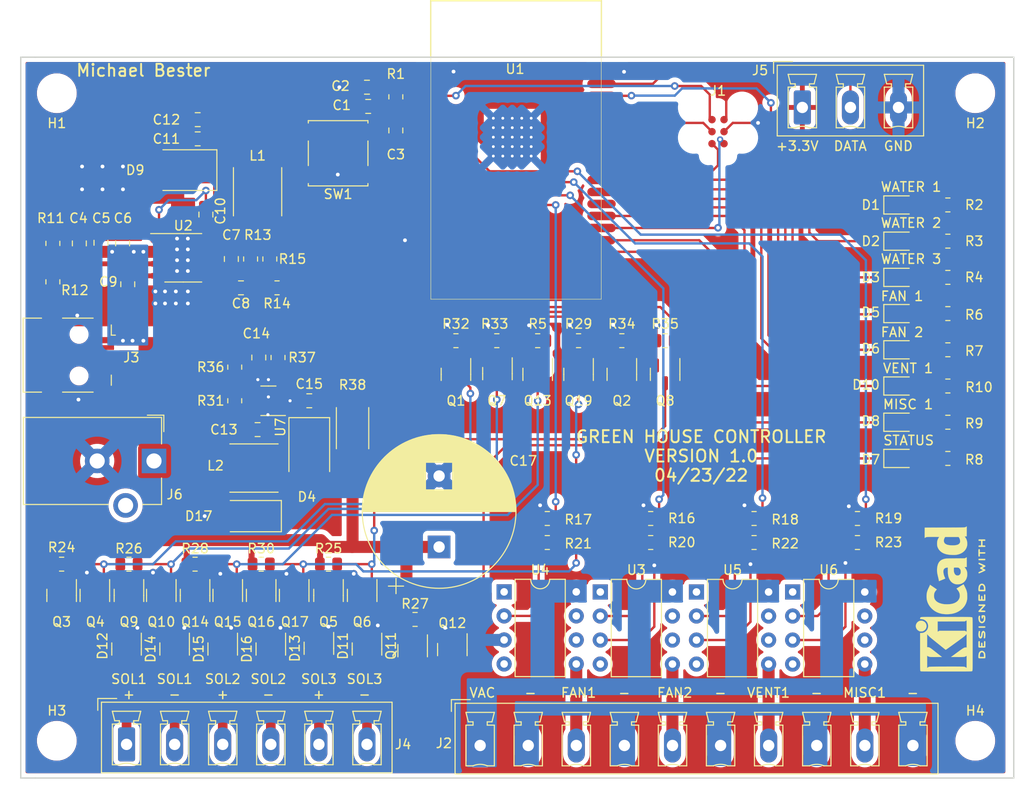
<source format=kicad_pcb>
(kicad_pcb (version 20211014) (generator pcbnew)
  (layers (0 "F.Cu" signal) (31 "B.Cu" signal) (34 "B.Paste" user) (35 "F.Paste" user) (36 "B.SilkS" user "B.Silkscreen") (37 "F.SilkS" user "F.Silkscreen") (38 "B.Mask" user) (39 "F.Mask" user) (44 "Edge.Cuts" user))
  (net 0 "")
  (net 1 "GND")
  (net 2 "/relay control/110VAC")
  (net 3 "/relay control/FAN_1_PWR")
  (net 4 "/microcontroller/ESP32_TX")
  (net 5 "/microcontroller/ESP32_RX")
  (net 6 "/relay control/FAN_2_PWR")
  (net 7 "/relay control/VENT_1_PWR")
  (net 8 "/relay control/MISC_1_PWR")
  (net 9 "/microcontroller/BOOT_MODE")
  (net 13 "/microcontroller/SOL_1_CLOSE_CTRL")
  (net 14 "Net-(Q1-Pad3)")
  (net 15 "/microcontroller/SOL_3_CLOSE_CTRL")
  (net 16 "/microcontroller/RESET")
  (net 17 "+3V3")
  (net 18 "/microcontroller/LED_MISC_1")
  (net 19 "/microcontroller/LED_FAN_1")
  (net 20 "/microcontroller/LED_VENT_1")
  (net 21 "/microcontroller/LED_STATUS")
  (net 22 "/microcontroller/LED_FAN_2")
  (net 23 "/microcontroller/LED_SOL_1")
  (net 24 "/microcontroller/LED_SOL_2")
  (net 25 "/microcontroller/LED_SOL_3")
  (net 26 "Net-(Q2-Pad3)")
  (net 27 "/microcontroller/SOL_1_OPEN_CTRL")
  (net 28 "/microcontroller/SOL_3_OPEN_CTRL")
  (net 29 "/microcontroller/FAN_1_CTRL")
  (net 30 "/microcontroller/FAN_2_CTRL")
  (net 31 "/microcontroller/VENT_1_CTRL")
  (net 32 "/microcontroller/MISC_1_CTRL")
  (net 33 "/microcontroller/DHT11_DATA")
  (net 34 "Net-(R11-Pad2)")
  (net 35 "Net-(C8-Pad2)")
  (net 36 "Net-(D10-Pad2)")
  (net 37 "Net-(R23-Pad1)")
  (net 38 "Net-(R22-Pad1)")
  (net 39 "/microcontroller/SOL_2_CLOSE_CTRL")
  (net 40 "Net-(Q13-Pad3)")
  (net 41 "Net-(R21-Pad1)")
  (net 42 "Net-(D8-Pad2)")
  (net 43 "Net-(D7-Pad2)")
  (net 44 "Net-(D6-Pad2)")
  (net 45 "Net-(D5-Pad2)")
  (net 46 "Net-(D4-Pad2)")
  (net 47 "Net-(D1-Pad2)")
  (net 48 "Net-(D2-Pad2)")
  (net 49 "Net-(D3-Pad2)")
  (net 50 "Net-(C10-Pad1)")
  (net 51 "Net-(C9-Pad1)")
  (net 52 "Net-(C7-Pad1)")
  (net 53 "Net-(C10-Pad2)")
  (net 54 "/microcontroller/SOL_2_OPEN_CTRL")
  (net 58 "+24V")
  (net 59 "/solenoid control/SOL_1_PWR+")
  (net 60 "/solenoid control/SOL_1_PWR-")
  (net 61 "/solenoid control/SOL_2_PWR+")
  (net 62 "/solenoid control/SOL_2_PWR-")
  (net 63 "/solenoid control/SOL_3_PWR+")
  (net 64 "/solenoid control/SOL_3_PWR-")
  (net 71 "/power supply/VIN")
  (net 72 "Net-(C14-Pad1)")
  (net 73 "/microcontroller/EN_24V")
  (net 74 "Net-(R14-Pad2)")
  (net 76 "Net-(Q7-Pad3)")
  (net 77 "Net-(Q12-Pad1)")
  (net 78 "Net-(Q17-Pad1)")
  (net 79 "Earth")
  (net 80 "+VDC")
  (net 89 "Net-(R20-Pad1)")
  (footprint "esp32-wrover:ESP32-WROVER" (layer "F.Cu") (at 150.876 58.42)
    (fp_text reference "U1")
    (fp_text value "ESP32-WROVER" hide)
  )
  (footprint "connector:TC2030-IDC" (layer "F.Cu") (at 172.212 65.659 -90)
    (fp_text reference "J1")
    (fp_text value "TC2030-IDC")
  )
  (footprint "Resistor_SMD:R_0805_2012Metric" (layer "F.Cu") (at 138.176 61.976 -90)
    (fp_text reference "R1")
    (fp_text value "10K")
  )
  (footprint "Capacitor_SMD:C_0805_2012Metric" (layer "F.Cu") (at 135.255 62.992 180)
    (fp_text reference "C1")
    (fp_text value "0.1uF")
  )
  (footprint "Capacitor_SMD:C_0805_2012Metric" (layer "F.Cu") (at 135.128 60.96 180)
    (fp_text reference "C2")
    (fp_text value "20uF")
  )
  (footprint "Capacitor_SMD:C_0805_2012Metric" (layer "F.Cu") (at 138.176 65.532 -90)
    (fp_text reference "C3")
    (fp_text value "1uF")
  )
  (footprint "Resistor_SMD:R_0805_2012Metric" (layer "F.Cu") (at 101.9455 81.534 -90)
    (fp_text reference "R12")
    (fp_text value "5.36K")
  )
  (footprint "Resistor_SMD:R_0805_2012Metric" (layer "F.Cu") (at 122.8325 79.121 90)
    (fp_text reference "R13")
    (fp_text value "29.4K")
  )
  (footprint "Resistor_SMD:R_0805_2012Metric" (layer "F.Cu") (at 101.9455 77.47 -90)
    (fp_text reference "R11")
    (fp_text value "150K")
  )
  (footprint "Resistor_SMD:R_0805_2012Metric" (layer "F.Cu") (at 196.4925 92.54671 180)
    (fp_text reference "R10")
    (fp_text value "330")
  )
  (footprint "Resistor_SMD:R_0805_2012Metric" (layer "F.Cu") (at 186.944 109.093)
    (fp_text reference "R23")
    (fp_text value "200")
  )
  (footprint "Resistor_SMD:R_0805_2012Metric" (layer "F.Cu") (at 176.022 109.093)
    (fp_text reference "R22")
    (fp_text value "200")
  )
  (footprint "Resistor_SMD:R_0805_2012Metric" (layer "F.Cu") (at 154.178 109.093)
    (fp_text reference "R21")
    (fp_text value "200")
  )
  (footprint "Resistor_SMD:R_0805_2012Metric" (layer "F.Cu") (at 165.1 109.093)
    (fp_text reference "R20")
    (fp_text value "200")
  )
  (footprint "Resistor_SMD:R_0805_2012Metric" (layer "F.Cu") (at 186.944 106.553 180)
    (fp_text reference "R19")
    (fp_text value "10K")
  )
  (footprint "Resistor_SMD:R_0805_2012Metric" (layer "F.Cu") (at 176.022 106.553 180)
    (fp_text reference "R18")
    (fp_text value "10K")
  )
  (footprint "Resistor_SMD:R_0805_2012Metric" (layer "F.Cu") (at 154.178 106.553 180)
    (fp_text reference "R17")
    (fp_text value "10K")
  )
  (footprint "Resistor_SMD:R_0805_2012Metric" (layer "F.Cu") (at 165.1 106.553 180)
    (fp_text reference "R16")
    (fp_text value "10K")
  )
  (footprint "Resistor_SMD:R_0805_2012Metric" (layer "F.Cu") (at 124.8645 79.121 90)
    (fp_text reference "R15")
    (fp_text value "3.24K")
  )
  (footprint "Resistor_SMD:R_0805_2012Metric" (layer "F.Cu") (at 196.4925 96.374852 180)
    (fp_text reference "R9")
    (fp_text value "330")
  )
  (footprint "Resistor_SMD:R_0805_2012Metric" (layer "F.Cu") (at 196.4925 100.203 180)
    (fp_text reference "R8")
    (fp_text value "330")
  )
  (footprint "Resistor_SMD:R_0805_2012Metric" (layer "F.Cu") (at 196.4925 88.718568 180)
    (fp_text reference "R7")
    (fp_text value "330")
  )
  (footprint "Resistor_SMD:R_0805_2012Metric" (layer "F.Cu") (at 196.4925 84.890426 180)
    (fp_text reference "R6")
    (fp_text value "330")
  )
  (footprint "Resistor_SMD:R_0805_2012Metric" (layer "F.Cu") (at 196.4925 73.406 180)
    (fp_text reference "R2")
    (fp_text value "330")
  )
  (footprint "Resistor_SMD:R_0805_2012Metric" (layer "F.Cu") (at 196.4925 77.234142 180)
    (fp_text reference "R3")
    (fp_text value "330")
  )
  (footprint "Resistor_SMD:R_0805_2012Metric" (layer "F.Cu") (at 196.4925 81.062284 180)
    (fp_text reference "R4")
    (fp_text value "330")
  )
  (footprint "Resistor_SMD:R_0805_2012Metric" (layer "F.Cu") (at 125.6265 82.169 180)
    (fp_text reference "R14")
    (fp_text value "10.2K")
  )
  (footprint "LED_SMD:LED_0805_2012Metric" (layer "F.Cu") (at 191.4125 73.406)
    (fp_text reference "D1")
    (fp_text value "SOL_1")
  )
  (footprint "LED_SMD:LED_0805_2012Metric" (layer "F.Cu") (at 191.4125 92.54671)
    (fp_text reference "D10")
    (fp_text value "VENT_1")
  )
  (footprint "LED_SMD:LED_0805_2012Metric" (layer "F.Cu") (at 191.4125 96.374852)
    (fp_text reference "D8")
    (fp_text value "MISC_1")
  )
  (footprint "LED_SMD:LED_0805_2012Metric" (layer "F.Cu") (at 191.4125 100.203)
    (fp_text reference "D7")
    (fp_text value "STATUS")
  )
  (footprint "LED_SMD:LED_0805_2012Metric" (layer "F.Cu") (at 191.4125 88.718568)
    (fp_text reference "D6")
    (fp_text value "VENT")
  )
  (footprint "LED_SMD:LED_0805_2012Metric" (layer "F.Cu") (at 191.4125 84.890426)
    (fp_text reference "D5")
    (fp_text value "FAN")
  )
  (footprint "LED_SMD:LED_0805_2012Metric" (layer "F.Cu") (at 191.4125 81.062284)
    (fp_text reference "D3")
    (fp_text value "SOL_3")
  )
  (footprint "LED_SMD:LED_0805_2012Metric" (layer "F.Cu") (at 191.4125 77.234142)
    (fp_text reference "D2")
    (fp_text value "SOL_2")
  )
  (footprint "Connector_USB:USB_Mini-B_Lumberg_2486_01_Horizontal" (layer "F.Cu") (at 104.707 89.281 -90)
    (fp_text reference "J3")
    (fp_text value "USB_B_Mini")
  )
  (footprint "Capacitor_SMD:C_0805_2012Metric" (layer "F.Cu") (at 117.2445 64.389 180)
    (fp_text reference "C12")
    (fp_text value "47uF")
  )
  (footprint "Capacitor_SMD:C_0805_2012Metric" (layer "F.Cu") (at 117.2445 66.421 180)
    (fp_text reference "C11")
    (fp_text value "47uF")
  )
  (footprint "Capacitor_SMD:C_0805_2012Metric" (layer "F.Cu") (at 118.11 74.422 -90)
    (fp_text reference "C10")
    (fp_text value "0.1uF")
  )
  (footprint "Capacitor_SMD:C_0805_2012Metric" (layer "F.Cu") (at 109.855 81.788 -90)
    (fp_text reference "C9")
    (fp_text value "15nF")
  )
  (footprint "Capacitor_SMD:C_0805_2012Metric" (layer "F.Cu") (at 121.8165 82.169)
    (fp_text reference "C8")
    (fp_text value "1nF")
  )
  (footprint "Capacitor_SMD:C_0805_2012Metric" (layer "F.Cu") (at 120.8005 79.121 90)
    (fp_text reference "C7")
    (fp_text value "47pF")
  )
  (footprint "Capacitor_SMD:C_0805_2012Metric" (layer "F.Cu") (at 109.3115 77.47 90)
    (fp_text reference "C6")
    (fp_text value "0.01uF")
  )
  (footprint "Capacitor_SMD:C_0805_2012Metric" (layer "F.Cu") (at 107.0255 77.404 90)
    (fp_text reference "C5")
    (fp_text value "4.7uF")
  )
  (footprint "Capacitor_SMD:C_0805_2012Metric" (layer "F.Cu") (at 104.7395 77.47 90)
    (fp_text reference "C4")
    (fp_text value "4.7uF")
  )
  (footprint "Resistor_SMD:R_0805_2012Metric" (layer "F.Cu") (at 116.967 111.379)
    (fp_text reference "R28")
    (fp_text value "1K")
  )
  (footprint "Resistor_SMD:R_0805_2012Metric" (layer "F.Cu") (at 140.208 117.221)
    (fp_text reference "R27")
    (fp_text value "1K")
  )
  (footprint "Package_TO_SOT_SMD:SOT-23" (layer "F.Cu") (at 120.41909 114.681 -90)
    (fp_text reference "Q15")
    (fp_text value "DMG3406L")
  )
  (footprint "Resistor_SMD:R_0805_2012Metric" (layer "F.Cu") (at 121.158 90.551 90)
    (fp_text reference "R36")
    (fp_text value "1K")
  )
  (footprint "Package_SO:SOIC-8_3.9x4.9mm_P1.27mm" (layer "F.Cu") (at 115.7205 78.994)
    (fp_text reference "U2")
    (fp_text value "TPS54231")
  )
  (footprint "Package_DIP:DIP-8_W7.62mm" (layer "F.Cu") (at 180.096 114.32)
    (fp_text reference "U6")
    (fp_text value "TLP3825TP1_F")
  )
  (footprint "Resistor_SMD:R_0805_2012Metric" (layer "F.Cu") (at 148.844 87.757 180)
    (fp_text reference "R33")
    (fp_text value "1K")
  )
  (footprint "Package_TO_SOT_SMD:SOT-23" (layer "F.Cu") (at 113.399454 114.681 -90)
    (fp_text reference "Q10")
    (fp_text value "DMG3406L")
  )
  (footprint "Package_TO_SOT_SMD:SOT-23" (layer "F.Cu") (at 130.048 120.269 -90)
    (fp_text reference "D11")
    (fp_text value "BAT54S")
  )
  (footprint "Connector_BarrelJack:BarrelJack_CUI_PJ-102AH_Horizontal" (layer "F.Cu") (at 112.626 100.469 -90)
    (fp_text reference "J6")
    (fp_text value "Barrel_Jack")
  )
  (footprint "Capacitor_SMD:C_0805_2012Metric" (layer "F.Cu") (at 123.698 89.535 90)
    (fp_text reference "C14")
    (fp_text value "220pF")
  )
  (footprint "Package_TO_SOT_SMD:SOT-23" (layer "F.Cu") (at 157.48 91.313 -90)
    (fp_text reference "Q19")
    (fp_text value "2N7002")
  )
  (footprint "Resistor_SMD:R_0805_2012Metric" (layer "F.Cu") (at 121.158 94.107 90)
    (fp_text reference "R31")
    (fp_text value "51K")
  )
  (footprint "Package_TO_SOT_SMD:SOT-23" (layer "F.Cu") (at 166.624 91.313 -90)
    (fp_text reference "Q8")
    (fp_text value "2N7002")
  )
  (footprint "Package_DIP:DIP-8_W7.62mm" (layer "F.Cu") (at 149.616 114.31)
    (fp_text reference "U4")
    (fp_text value "TLP3825TP1_F")
  )
  (footprint "Package_TO_SOT_SMD:SOT-23" (layer "F.Cu") (at 109.728 120.3475 -90)
    (fp_text reference "D12")
    (fp_text value "BAT54S")
  )
  (footprint "Package_TO_SOT_SMD:SOT-23" (layer "F.Cu") (at 124.968 120.3475 -90)
    (fp_text reference "D16")
    (fp_text value "BAT54S")
  )
  (footprint "Capacitor_SMD:C_0805_2012Metric" (layer "F.Cu") (at 129.032 94.107 180)
    (fp_text reference "C15")
    (fp_text value "4.7uF")
  )
  (footprint "Package_TO_SOT_SMD:SOT-23" (layer "F.Cu") (at 119.888 120.3475 -90)
    (fp_text reference "D15")
    (fp_text value "BAT54S")
  )
  (footprint "Package_TO_SOT_SMD:SOT-23" (layer "F.Cu") (at 106.379818 114.681 -90)
    (fp_text reference "Q4")
    (fp_text value "DMG3406L")
  )
  (footprint "Package_DIP:DIP-8_W7.62mm" (layer "F.Cu") (at 169.936 114.32)
    (fp_text reference "U5")
    (fp_text value "TLP3825TP1_F")
  )
  (footprint "Package_TO_SOT_SMD:SOT-23" (layer "F.Cu") (at 162.052 91.313 -90)
    (fp_text reference "Q2")
    (fp_text value "2N7002")
  )
  (footprint "Package_TO_SOT_SMD:SOT-23" (layer "F.Cu") (at 139.954 120.523 -90)
    (fp_text reference "Q11")
    (fp_text value "DMP3068L")
  )
  (footprint "MountingHole:MountingHole_3.2mm_M3" (layer "F.Cu") (at 199.39 130.048)
    (fp_text reference "H4")
    (fp_text value "MountingHole")
  )
  (footprint "Button_Switch_SMD:SW_SPST_B3S-1000" (layer "F.Cu") (at 132.08 67.945 180)
    (fp_text reference "SW1")
    (fp_text value "SW_Push")
  )
  (footprint "Capacitor_SMD:C_0805_2012Metric" (layer "F.Cu") (at 123.571 97.155)
    (fp_text reference "C13")
    (fp_text value "2.2uF")
  )
  (footprint "Package_TO_SOT_SMD:SOT-23" (layer "F.Cu") (at 123.952 114.681 -90)
    (fp_text reference "Q16")
    (fp_text value "DMP3068L")
  )
  (footprint "Resistor_SMD:R_0805_2012Metric" (layer "F.Cu") (at 157.48 87.757 180)
    (fp_text reference "R29")
    (fp_text value "1K")
  )
  (footprint "Resistor_SMD:R_0805_2012Metric" (layer "F.Cu") (at 153.162 87.757 180)
    (fp_text reference "R5")
    (fp_text value "1K")
  )
  (footprint "Inductor_SMD:L_Taiyo-Yuden_NR-50xx" (layer "F.Cu") (at 123.19 101.219)
    (fp_text reference "L2")
    (fp_text value "10uH")
  )
  (footprint "Resistor_SMD:R_0805_2012Metric" (layer "F.Cu") (at 102.87 111.379)
    (fp_text reference "R24")
    (fp_text value "1K")
  )
  (footprint "Resistor_SMD:R_0805_2012Metric" (layer "F.Cu") (at 131.064 111.379)
    (fp_text reference "R25")
    (fp_text value "1K")
  )
  (footprint "Diode_SMD:D_SMB" (layer "F.Cu") (at 129.032 99.441 -90)
    (fp_text reference "D4")
    (fp_text value "B240")
  )
  (footprint "Capacitor_THT:CP_Radial_D16.0mm_P7.50mm" (layer "F.Cu") (at 142.748 109.557755 90)
    (fp_text reference "C17")
    (fp_text value "2200uF")
  )
  (footprint "Connector_Phoenix_MC_HighVoltage:PhoenixContact_MCV_1,5_3-G-5.08_1x03_P5.08mm_Vertical" (layer "F.Cu") (at 181.1195 63.0995)
    (fp_text reference "J5")
    (fp_text value "Screw_Terminal_01x03")
  )
  (footprint "Resistor_SMD:R_0805_2012Metric" (layer "F.Cu") (at 166.624 87.757 180)
    (fp_text reference "R35")
    (fp_text value "1K")
  )
  (footprint "Symbol:KiCad-Logo2_6mm_SilkScreen" (layer "F.Cu") (at 196.088 115.062 90)
    (fp_text reference "REF**" hide)
    (fp_text value "KiCad-Logo2_6mm_SilkScreen" hide)
  )
  (footprint "Diode_SMD:D_SMA" (layer "F.Cu") (at 122.682 106.299 180)
    (fp_text reference "D17")
    (fp_text value "B140-E3")
  )
  (footprint "Package_DIP:DIP-8_W7.62mm" (layer "F.Cu") (at 159.776 114.32)
    (fp_text reference "U3")
    (fp_text value "TLP3825TP1_F")
  )
  (footprint "Connector_Phoenix_MC_HighVoltage:PhoenixContact_MCV_1,5_10-G-5.08_1x10_P5.08mm_Vertical" (layer "F.Cu") (at 147.0835 130.5465)
    (fp_text reference "J2")
    (fp_text value "Screw_Terminal_01x10")
  )
  (footprint "Package_TO_SOT_SMD:SOT-23" (layer "F.Cu") (at 144.145 120.406 -90)
    (fp_text reference "Q12")
    (fp_text value "DMG3406L")
  )
  (footprint "Package_TO_SOT_SMD:SOT-23" (layer "F.Cu") (at 116.967 114.681 -90)
    (fp_text reference "Q14")
    (fp_text value "DMP3068L")
  )
  (footprint "Resistor_SMD:R_0805_2012Metric" (layer "F.Cu") (at 109.982 111.379)
    (fp_text reference "R26")
    (fp_text value "1K")
  )
  (footprint "MountingHole:MountingHole_3.2mm_M3" (layer "F.Cu") (at 199.39 61.595)
    (fp_text reference "H2")
    (fp_text value "MountingHole")
  )
  (footprint "Package_TO_SOT_SMD:SOT-23" (layer "F.Cu") (at 134.62 114.681 -90)
    (fp_text reference "Q6")
    (fp_text value "DMG3406L")
  )
  (footprint "Package_TO_SOT_SMD:SOT-23" (layer "F.Cu") (at 135.128 120.3475 -90)
    (fp_text reference "D13")
    (fp_text value "BAT54S")
  )
  (footprint "MountingHole:MountingHole_3.2mm_M3" (layer "F.Cu") (at 102.362 130.048)
    (fp_text reference "H3")
    (fp_text value "MountingHole")
  )
  (footprint "Package_TO_SOT_SMD:SOT-23" (layer "F.Cu") (at 153.162 91.313 -90)
    (fp_text reference "Q13")
    (fp_text value "2N7002")
  )
  (footprint "Package_TO_SOT_SMD:SOT-23" (layer "F.Cu") (at 114.808 120.3475 -90)
    (fp_text reference "D14")
    (fp_text value "BAT54S")
  )
  (footprint "MountingHole:MountingHole_3.2mm_M3" (layer "F.Cu") (at 102.362 61.595)
    (fp_text reference "H1")
    (fp_text value "MountingHole")
  )
  (footprint "Inductor_SMD:L_Taiyo-Yuden_NR-50xx" (layer "F.Cu") (at 123.571 72.009 90)
    (fp_text reference "L1")
    (fp_text value "10uH")
  )
  (footprint "Package_TO_SOT_SMD:SOT-23" (layer "F.Cu") (at 127.438726 114.681 -90)
    (fp_text reference "Q17")
    (fp_text value "DMG3406L")
  )
  (footprint "Diode_SMD:D_SMB" (layer "F.Cu") (at 115.7205 69.723 180)
    (fp_text reference "D9")
    (fp_text value "B240")
  )
  (footprint "Connector_Phoenix_MC_HighVoltage:PhoenixContact_MCV_1,5_6-G-5.08_1x06_P5.08mm_Vertical" (layer "F.Cu") (at 109.728 130.429)
    (fp_text reference "J4")
    (fp_text value "Screw_Terminal_01x06")
  )
  (footprint "Package_TO_SOT_SMD:SOT-23" (layer "F.Cu") (at 109.982 114.681 -90)
    (fp_text reference "Q9")
    (fp_text value "DMP3068L")
  )
  (footprint "Resistor_SMD:R_2512_6332Metric" (layer "F.Cu") (at 133.604 97.0026 -90)
    (fp_text reference "R38")
    (fp_text value "100")
  )
  (footprint "Resistor_SMD:R_0805_2012Metric" (layer "F.Cu") (at 125.73 89.535 90)
    (fp_text reference "R37")
    (fp_text value "1K")
  )
  (footprint "Package_TO_SOT_SMD:SOT-23" (layer "F.Cu") (at 131.064 114.681 -90)
    (fp_text reference "Q5")
    (fp_text value "DMP3068L")
  )
  (footprint "Resistor_SMD:R_0805_2012Metric" (layer "F.Cu") (at 162.052 87.757 180)
    (fp_text reference "R34")
    (fp_text value "1K")
  )
  (footprint "Package_TO_SOT_SMD:SOT-23" (layer "F.Cu") (at 144.526 91.313 -90)
    (fp_text reference "Q1")
    (fp_text value "2N7002")
  )
  (footprint "Resistor_SMD:R_0805_2012Metric" (layer "F.Cu") (at 123.952 111.379)
    (fp_text reference "R30")
    (fp_text value "1K")
  )
  (footprint "Resistor_SMD:R_0805_2012Metric" (layer "F.Cu") (at 144.526 87.757 180)
    (fp_text reference "R32")
    (fp_text value "1K")
  )
  (footprint "Package_TO_SOT_SMD:SOT-23-5" (layer "F.Cu") (at 124.714 94.107 180)
    (fp_text reference "U7")
    (fp_text value "LM2733XMF")
  )
  (footprint "Package_TO_SOT_SMD:SOT-23" (layer "F.Cu") (at 148.91 91.2345 -90)
    (fp_text reference "Q7")
    (fp_text value "2N7002")
  )
  (footprint "Package_TO_SOT_SMD:SOT-23" (layer "F.Cu") (at 102.87 114.681 -90)
    (fp_text reference "Q3")
    (fp_text value "DMP3068L")
  )
  (gr_line (start 100.076 133.985) (end 203.454 133.985) (layer "Edge.Cuts") (width 0.15))
  (gr_line (start 100.076 57.785) (end 98.552 57.785) (layer "Edge.Cuts") (width 0.15))
  (gr_line (start 203.454 133.985) (end 203.454 57.785) (layer "Edge.Cuts") (width 0.15))
  (gr_line (start 100.076 133.985) (end 98.552 133.985) (layer "Edge.Cuts") (width 0.15))
  (gr_line (start 98.552 57.785) (end 98.552 133.985) (layer "Edge.Cuts") (width 0.15))
  (gr_line (start 203.454 57.785) (end 100.076 57.785) (layer "Edge.Cuts") (width 0.15))
  (gr_text "WATER 3" (at 192.604 79.121) (layer "F.SilkS") (effects (font (size 1 1))))
  (gr_text "FAN1" (at 157.48 124.978) (layer "F.SilkS") (effects (font (size 1 1))))
  (gr_text "GND" (at 191.262 67.183) (layer "F.SilkS") (effects (font (size 1 1))))
  (gr_text "MISC 1" (at 192.2925 94.488) (layer "F.SilkS") (effects (font (size 1 1))))
  (gr_text "SOL2\n+" (at 119.888 124.333) (layer "F.SilkS") (effects (font (size 1 1))))
  (gr_text "FAN 1" (at 191.6575 83.058) (layer "F.SilkS") (effects (font (size 1 1))))
  (gr_text "DATA" (at 186.182 67.183) (layer "F.SilkS") (effects (font (size 1 1))))
  (gr_text "SOL3\n+" (at 130.048 124.333) (layer "F.SilkS") (effects (font (size 1 1))))
  (gr_text "+3.3V" (at 180.594 67.183) (layer "F.SilkS") (effects (font (size 1 1))))
  (gr_text "FAN2" (at 167.64 124.978) (layer "F.SilkS") (effects (font (size 1 1))))
  (gr_text "MISC1" (at 187.706 124.978) (layer "F.SilkS") (effects (font (size 1 1))))
  (gr_text "VENT 1" (at 192.2925 90.678) (layer "F.SilkS") (effects (font (size 1 1))))
  (gr_text "GREEN HOUSE CONTROLLER\nVERSION 1.0\n04/23/22" (at 170.434 99.949) (layer "F.SilkS") (effects (font (size 1.27 1.27) (thickness 0.2032))))
  (gr_text "WATER 2" (at 192.604 75.311) (layer "F.SilkS") (effects (font (size 1 1))))
  (gr_text "SOL3\n-\n" (at 134.874 124.333) (layer "F.SilkS") (effects (font (size 1 1))))
  (gr_text "-" (at 162.306 124.978) (layer "F.SilkS") (effects (font (size 1 1))))
  (gr_text "Michael Bester" (at 111.506 59.182) (layer "F.SilkS") (effects (font (size 1.27 1.27) (thickness 0.2032))))
  (gr_text "SOL1\n+" (at 109.982 124.333) (layer "F.SilkS") (effects (font (size 1 1))))
  (gr_text "SOL2\n-\n" (at 124.714 124.333) (layer "F.SilkS") (effects (font (size 1 1))))
  (gr_text "-" (at 192.786 124.978) (layer "F.SilkS") (effects (font (size 1 1))))
  (gr_text "-" (at 172.466 124.978) (layer "F.SilkS") (effects (font (size 1 1))))
  (gr_text "STATUS" (at 192.35 98.298) (layer "F.SilkS") (effects (font (size 1 1))))
  (gr_text "-" (at 152.4 124.978) (layer "F.SilkS") (effects (font (size 1 1))))
  (gr_text "VENT1" (at 177.546 124.978) (layer "F.SilkS") (effects (font (size 1 1))))
  (gr_text "VAC" (at 147.32 124.978) (layer "F.SilkS") (effects (font (size 1 1))))
  (gr_text "SOL1\n-\n" (at 114.808 124.333) (layer "F.SilkS") (effects (font (size 1 1))))
  (gr_text "-" (at 182.626 124.978) (layer "F.SilkS") (effects (font (size 1 1))))
  (gr_text "FAN 2" (at 191.6575 86.868) (layer "F.SilkS") (effects (font (size 1 1))))
  (gr_text "WATER 1" (at 192.604 71.501) (layer "F.SilkS") (effects (font (size 1 1))))
  (segment (start 144.251 59.33) (end 144.272 59.309) (width 0.25) (layer "F.Cu") (net 1))
  (segment (start 175.641 117.475) (end 175.641 111.379) (width 0.25) (layer "F.Cu") (net 1))
  (segment (start 161.1395 87.757) (end 161.1395 86.0825) (width 0.25) (layer "F.Cu") (net 1))
  (segment (start 124.714 96.962) (end 124.521 97.155) (width 0.25) (layer "F.Cu") (net 1))
  (segment (start 156.5675 87.757) (end 156.5675 86.1295) (width 0.25) (layer "F.Cu") (net 1))
  (segment (start 136.078 118.176) (end 136.271 117.983) (width 0.25) (layer "F.Cu") (net 1))
  (segment (start 107.307 93.985) (end 107.307 91.235) (width 0.635) (layer "F.Cu") (net 1))
  (segment (start 143.6135 87.757) (end 143.6135 86.0825) (width 0.25) (layer "F.Cu") (net 1))
  (segment (start 138.176 69.85) (end 137.831 70.195) (width 0.25) (layer "F.Cu") (net 1))
  (segment (start 119.46909 112.55991) (end 119.634 112.395) (width 0.25) (layer "F.Cu") (net 1))
  (segment (start 126.488726 113.7435) (end 126.488726 112.525274) (width 0.25) (layer "F.Cu") (net 1))
  (segment (start 184.257 119.4) (end 185.674 117.983) (width 0.25) (layer "F.Cu") (net 1))
  (segment (start 161.102 90.3755) (end 161.102 87.7945) (width 0.25) (layer "F.Cu") (net 1))
  (segment (start 165.674 90.3755) (end 165.674 87.7945) (width 0.25) (layer "F.Cu") (net 1))
  (segment (start 112.449454 112.340546) (end 112.522 112.268) (width 0.25) (layer "F.Cu") (net 1))
  (segment (start 175.1095 106.553) (end 175.1095 105.2595) (width 0.25) (layer "F.Cu") (net 1))
  (segment (start 153.2655 105.3065) (end 153.2655 106.553) (width 0.25) (layer "F.Cu") (net 1))
  (segment (start 107.307 91.235) (end 107.407 91.135) (width 0.25) (layer "F.Cu") (net 1))
  (segment (start 119.46909 113.7435) (end 119.46909 112.55991) (width 0.25) (layer "F.Cu") (net 1))
  (segment (start 101.857 85.085) (end 107.307 85.085) (width 0.25) (layer "F.Cu") (net 1))
  (segment (start 124.714 95.4786) (end 124.714 96.962) (width 0.508) (layer "F.Cu") (net 1))
  (segment (start 147.9315 87.757) (end 147.9315 86.1295) (width 0.25) (layer "F.Cu") (net 1))
  (segment (start 159.776 119.4) (end 164.064 119.4) (width 0.25) (layer "F.Cu") (net 1))
  (segment (start 141.876 77.14) (end 139.141 77.14) (width 0.762) (layer "F.Cu") (net 1))
  (segment (start 152.212 90.3755) (end 152.212 87.7945) (width 0.25) (layer "F.Cu") (net 1))
  (segment (start 152.212 87.7945) (end 152.2495 87.757) (width 0.25) (layer "F.Cu") (net 1))
  (segment (start 101.857 93.985) (end 107.307 93.985) (width 0.25) (layer "F.Cu") (net 1))
  (segment (start 124.8156 94.107) (end 124.714 94.2086) (width 0.25) (layer "F.Cu") (net 1))
  (segment (start 137.831 70.195) (end 136.055 70.195) (width 0.25) (layer "F.Cu") (net 1))
  (segment (start 164.064 119.4) (end 165.481 117.983) (width 0.25) (layer "F.Cu") (net 1))
  (segment (start 165.481 117.983) (end 165.481 111.506) (width 0.25) (layer "F.Cu") (net 1))
  (segment (start 133.731 112.395) (end 133.67 112.456) (width 0.25) (layer "F.Cu") (net 1))
  (segment (start 159.906 59.33) (end 162.285 59.33) (width 0.508) (layer "F.Cu") (net 1))
  (segment (start 136.271 117.983) (end 136.271 117.856) (width 0.25) (layer "F.Cu") (net 1))
  (segment (start 130.998 119.3315) (end 130.998 118.049) (width 0.25) (layer "F.Cu") (net 1))
  (segment (start 173.716 119.4) (end 175.641 117.475) (width 0.25) (layer "F.Cu") (net 1))
  (segment (start 120.838 119.41) (end 120.838 118.303) (width 0.25) (layer "F.Cu") (net 1))
  (segment (start 125.918 119.41) (end 125.918 118.176) (width 0.25) (layer "F.Cu") (net 1))
  (segment (start 130.998 118.049) (end 131.064 117.983) (width 0.25) (layer "F.Cu") (net 1))
  (segment (start 125.918 118.176) (end 125.984 118.11) (width 0.25) (layer "F.Cu") (net 1))
  (segment (start 133.67 112.456) (end 133.67 113.7435) (width 0.25) (layer "F.Cu") (net 1))
  (segment (start 134.305 62.992) (end 134.305 61.087) (width 0.508) (layer "F.Cu") (net 1))
  (segment (start 124.714 94.2086) (end 124.714 95.4786) (width 0.508) (layer "F.Cu") (net 1))
  (segment (start 173.773971 64.732029) (end 176.440971 64.732029) (width 0.25) (layer "F.Cu") (net 1))
  (segment (start 126.488726 112.525274) (end 126.619 112.395) (width 0.25) (layer "F.Cu") (net 1))
  (segment (start 136.078 119.41) (end 136.078 118.176) (width 0.25) (layer "F.Cu") (net 1))
  (segment (start 172.847 65.659) (end 173.773971 64.732029) (width 0.25) (layer "F.Cu") (net 1))
  (segment (start 143.576 87.7945) (end 143.6135 87.757) (width 0.25) (layer "F.Cu") (net 1))
  (segment (start 153.416 105.156) (end 153.2655 105.3065) (width 0.25) (layer "F.Cu") (net 1))
  (segment (start 161.102 87.7945) (end 161.1395 87.757) (width 0.25) (layer "F.Cu") (net 1))
  (segment (start 105.429818 112.375182) (end 105.537 112.268) (width 0.25) (layer "F.Cu") (net 1))
  (segment (start 147.96 90.297) (end 147.96 87.7855) (width 0.25) (layer "F.Cu") (net 1))
  (segment (start 186.0315 106.553) (end 186.0315 105.2595) (width 0.25) (layer "F.Cu") (net 1))
  (segment (start 156.53 90.3755) (end 156.53 87.7945) (width 0.25) (layer "F.Cu") (net 1))
  (segment (start 115.758 119.41) (end 115.758 118.176) (width 0.25) (layer "F.Cu") (net 1))
  (segment (start 120.904 118.237) (end 120.777 118.11) (width 0.25) (layer "F.Cu") (net 1))
  (segment (start 136.055 70.195) (end 128.105 70.195) (width 0.25) (layer "F.Cu") (net 1))
  (segment (start 165.674 87.7945) (end 165.7115 87.757) (width 0.25) (layer "F.Cu") (net 1))
  (segment (start 185.674 117.983) (end 185.674 111.506) (width 0.25) (layer "F.Cu") (net 1))
  (segment (start 165.7115 87.757) (end 165.7115 86.1295) (width 0.25) (layer "F.Cu") (net 1))
  (segment (start 143.195 119.4685) (end 143.195 118.298) (width 0.25) (layer "F.Cu") (net 1))
  (segment (start 143.195 118.298) (end 143.383 118.11) (width 0.25) (layer "F.Cu") (net 1))
  (segment (start 147.96 87.7855) (end 147.9315 87.757) (width 0.25) (layer "F.Cu") (net 1))
  (segment (start 143.576 90.3755) (end 143.576 87.7945) (width 0.25) (layer "F.Cu") (net 1))
  (segment (start 120.682 106.299) (end 117.983 106.299) (width 0.635) (layer "F.Cu") (net 1))
  (segment (start 169.936 119.4) (end 173.716 119.4) (width 0.25) (layer "F.Cu") (net 1))
  (segment (start 185.674 111.506) (end 185.674 111.252) (width 0.25) (layer "F.Cu") (net 1))
  (segment (start 164.1875 105.3065) (end 164.338 105.156) (width 0.25) (layer "F.Cu") (net 1))
  (segment (start 112.449454 113.7435) (end 112.449454 112.340546) (width 0.25) (layer "F.Cu") (net 1))
  (segment (start 138.176 66.482) (end 138.176 69.85) (width 0.25) (layer "F.Cu") (net 1))
  (segment (start 152.2495 87.757) (end 152.2495 86.1295) (width 0.25) (layer "F.Cu") (net 1))
  (segment (start 164.1875 106.553) (end 164.1875 105.3065) (width 0.25) (layer "F.Cu") (net 1))
  (segment (start 180.096 119.4) (end 184.257 119.4) (width 0.25) (layer "F.Cu") (net 1))
  (segment (start 110.678 118.303) (end 110.871 118.11) (width 0.25) (layer "F.Cu") (net 1))
  (segment (start 134.305 61.087) (end 134.178 60.96) (width 0.25) (layer "F.Cu") (net 1))
  (segment (start 175.1095 105.2595) (end 175.006 105.156) (width 0.25) (layer "F.Cu") (net 1))
  (segment (start 110.678 119.41) (end 110.678 118.303) (width 0.25) (layer "F.Cu") (net 1))
  (segment (start 105.429818 113.7435) (end 105.429818 112.375182) (width 0.25) (layer "F.Cu") (net 1))
  (segment (start 115.758 118.176) (end 115.824 118.11) (width 0.25) (layer "F.Cu") (net 1))
  (segment (start 120.838 118.303) (end 120.904 118.237) (width 0.25) (layer "F.Cu") (net 1))
  (segment (start 141.876 59.33) (end 144.251 59.33) (width 0.762) (layer "F.Cu") (net 1))
  (segment (start 134.178 60.96) (end 132.207 60.96) (width 0.508) (layer "F.Cu") (net 1))
  (segment (start 156.53 87.7945) (end 156.5675 87.757) (width 0.25) (layer "F.Cu") (net 1))
  (segment (start 124.714 95.4786) (end 124.714 92.6338) (width 0.508) (layer "F.Cu") (net 1))
  (via (at 124.6632 95.5802) (size 0.6604) (drill 0.3302) (layers "F.Cu" "B.Cu") (net 1))
  (via (at 152.2495 86.1295) (size 0.8) (drill 0.4) (layers "F.Cu" "B.Cu") (net 1))
  (via (at 136.271 117.856) (size 0.8) (drill 0.4) (layers "F.Cu" "B.Cu") (net 1))
  (via (at 127 94.107) (size 0.6604) (drill 0.3302) (layers "F.Cu" "B.Cu") (net 1))
  (via (at 153.416 105.156) (size 0.8) (drill 0.4) (layers "F.Cu" "B.Cu") (net 1))
  (via (at 139.141 77.14) (size 0.8) (drill 0.4) (layers "F.Cu" "B.Cu") (net 1))
  (via (at 165.7115 86.1295) (size 0.8) (drill 0.4) (layers "F.Cu" "B.Cu") (net 1))
  (via (at 175.641 111.379) (size 0.8) (drill 0.4) (layers "F.Cu" "B.Cu") (net 1))
  (via (at 161.1395 86.0825) (size 0.8) (drill 0.4) (layers "F.Cu" "B.Cu") (net 1))
  (via (at 109.347 69.342) (size 0.8) (drill 0.4) (layers "F.Cu" "B.Cu") (net 1))
  (via (at 133.731 112.395) (size 0.8) (drill 0.4) (layers "F.Cu" "B.Cu") (net 1))
  (via (at 112.776 83.82) (size 0.8) (drill 0.4) (layers "F.Cu" "B.Cu") (net 1))
  (via (at 105.029 69.342) (size 0.8) (drill 0.4) (layers "F.Cu" "B.Cu") (net 1))
  (via (at 131.064 117.983) (size 0.8) (drill 0.4) (layers "F.Cu" "B.Cu") (net 1))
  (via (at 115.062 78.105) (size 0.8) (drill 0.4) (layers "F.Cu" "B.Cu") (net 1))
  (via (at 165.481 111.506) (size 0.8) (drill 0.4) (layers "F.Cu" "B.Cu") (net 1))
  (via (at 113.792 83.82) (size 0.8) (drill 0.4) (layers "F.Cu" "B.Cu") (net 1))
  (via (at 119.634 112.395) (size 0.8) (drill 0.4) (layers "F.Cu" "B.Cu") (net 1))
  (via (at 116.205 76.962) (size 0.8) (drill 0.4) (layers "F.Cu" "B.Cu") (net 1))
  (via (at 164.338 105.156) (size 0.8) (drill 0.4) (layers "F.Cu" "B.Cu") (net 1))
  (via (at 110.871 118.11) (size 0.8) (drill 0.4) (layers "F.Cu" "B.Cu") (net 1))
  (via (at 186.0315 105.2595) (size 0.8) (drill 0.4) (layers "F.Cu" "B.Cu") (net 1))
  (via (at 143.6135 86.0825) (size 0.8) (drill 0.4) (layers "F.Cu" "B.Cu") (net 1))
  (via (at 114.935 82.55) (size 0.8) (drill 0.4) (layers "F.Cu" "B.Cu") (net 1))
  (via (at 132.044 70.195) (size 0.8) (drill 0.4) (layers "F.Cu" "B.Cu") (net 1))
  (via (at 175.006 105.156) (size 0.8) (drill 0.4) (layers "F.Cu" "B.Cu") (net 1))
  (via (at 176.440971 64.732029) (size 0.8) (drill 0.4) (layers "F.Cu" "B.Cu") (net 1))
  (via (at 116.205 83.82) (size 0.8) (drill 0.4) (layers "F.Cu" "B.Cu") (net 1))
  (via (at 109.347 71.755) (size 0.8) (drill 0.4) (layers "F.Cu" "B.Cu") (net 1))
  (via (at 126.619 112.395) (size 0.8) (drill 0.4) (layers "F.Cu" "B.Cu") (net 1))
  (via (at 117.983 106.299) (size 0.8) (drill 0.4) (layers "F.Cu" "B.Cu") (net 1))
  (via (at 116.205 78.105) (size 0.8) (drill 0.4) (layers "F.Cu" "B.Cu") (net 1))
  (via (at 115.062 80.391) (size 0.8) (drill 0.4) (layers "F.Cu" "B.Cu") (net 1))
  (via (at 132.207 60.96) (size 0.8) (drill 0.4) (layers "F.Cu" "B.Cu") (net 1))
  (via (at 105.537 112.268) (size 0.8) (drill 0.4) (layers "F.Cu" "B.Cu") (net 1))
  (via (at 124.714 93.7006) (size 0.6604) (drill 0.3302) (layers "F.Cu" "B.Cu") (net 1))
  (via (at 115.062 79.248) (size 0.8) (drill 0.4) (layers "F.Cu" "B.Cu") (net 1))
  (via (at 116.205 79.248) (size 0.8) (drill 0.4) (layers "F.Cu" "B.Cu") (net 1))
  (via (at 112.522 112.268) (size 0.8) (drill 0.4) (layers "F.Cu" "B.Cu") (net 1))
  (via (at 105.029 71.755) (size 0.8) (drill 0.4) (layers "F.Cu" "B.Cu") (net 1))
  (via (at 115.062 76.962) (size 0.8) (drill 0.4) (layers "F.Cu" "B.Cu") (net 1))
  (via (at 114.935 83.82) (size 0.8) (drill 0.4) (layers "F.Cu" "B.Cu") (net 1))
  (via (at 143.383 118.11) (size 0.8) (drill 0.4) (layers "F.Cu" "B.Cu") (net 1))
  (via (at 112.776 82.55) (size 0.8) (drill 0.4) (layers "F.Cu" "B.Cu") (net 1))
  (via (at 185.674 111.252) (size 0.8) (drill 0.4) (layers "F.Cu" "B.Cu") (net 1))
  (via (at 115.824 118.11) (size 0.8) (drill 0.4) (layers "F.Cu" "B.Cu") (net 1))
  (via (at 107.188 69.342) (size 0.8) (drill 0.4) (layers "F.Cu" "B.Cu") (net 1))
  (via (at 162.285 59.33) (size 0.8) (drill 0.4) (layers "F.Cu" "B.Cu") (net 1))
  (via (at 116.205 80.391) (size 0.8) (drill 0.4) (layers "F.Cu" "B.Cu") (net 1))
  (via (at 156.5675 86.1295) (size 0.8) (drill 0.4) (layers "F.Cu" "B.Cu") (net 1))
  (via (at 125.984 118.11) (size 0.8) (drill 0.4) (layers "F.Cu" "B.Cu") (net 1))
  (via (at 124.714 91.8718) (size 0.6604) (drill 0.3302) (layers "F.Cu" "B.Cu") (net 1))
  (via (at 123.5964 91.8718) (size 0.6604) (drill 0.3302) (layers "F.Cu" "B.Cu") (net 1))
  (via (at 144.272 59.309) (size 0.8) (drill 0.4) (layers "F.Cu" "B.Cu") (net 1))
  (via (at 120.777 118.11) (size 0.8) (drill 0.4) (layers "F.Cu" "B.Cu") (net 1))
  (via (at 113.792 82.55) (size 0.8) (drill 0.4) (layers "F.Cu" "B.Cu") (net 1))
  (via (at 147.9315 86.1295) (size 0.8) (drill 0.4) (layers "F.Cu" "B.Cu") (net 1))
  (via (at 104.521 85.09) (size 0.8) (drill 0.4) (layers "F.Cu" "B.Cu") (net 1))
  (via (at 104.648 93.985) (size 0.8) (drill 0.4) (layers "F.Cu" "B.Cu") (net 1))
  (via (at 116.205 82.55) (size 0.8) (drill 0.4) (layers "F.Cu" "B.Cu") (net 1))
  (via (at 107.188 71.755) (size 0.8) (drill 0.4) (layers "F.Cu" "B.Cu") (net 1))
  (segment (start 157.236 121.93) (end 157.236 130.539) (width 1.27) (layer "F.Cu") (net 3))
  (segment (start 157.236 130.539) (end 157.2435 130.5465) (width 0.25) (layer "F.Cu") (net 3))
  (segment (start 171.577 65.659) (end 170.650029 64.732029) (width 0.25) (layer "F.Cu") (net 4))
  (segment (start 164.105 63.14) (end 159.906 63.14) (width 0.25) (layer "F.Cu") (net 4))
  (segment (start 170.650029 64.732029) (end 165.697029 64.732029) (width 0.25) (layer "F.Cu") (net 4))
  (segment (start 165.697029 64.732029) (end 164.105 63.14) (width 0.25) (layer "F.Cu") (net 4))
  (segment (start 172.212 67.564) (end 172.212 69.215) (width 0.25) (layer "F.Cu") (net 5))
  (segment (start 172.212 69.215) (end 171.704 69.723) (width 0.25) (layer "F.Cu") (net 5))
  (segment (start 168.402 69.723) (end 163.089 64.41) (width 0.25) (layer "F.Cu") (net 5))
  (segment (start 171.704 69.723) (end 168.402 69.723) (width 0.25) (layer "F.Cu") (net 5))
  (segment (start 171.577 66.929) (end 172.212 67.564) (width 0.25) (layer "F.Cu") (net 5))
  (segment (start 163.089 64.41) (end 159.906 64.41) (width 0.25) (layer "F.Cu") (net 5))
  (segment (start 167.396 130.539) (end 167.4035 130.5465) (width 0.25) (layer "F.Cu") (net 6))
  (segment (start 167.396 121.94) (end 167.396 130.539) (width 1.27) (layer "F.Cu") (net 6))
  (segment (start 177.556 121.94) (end 177.556 130.539) (width 1.27) (layer "F.Cu") (net 7))
  (segment (start 177.556 130.539) (end 177.5635 130.5465) (width 0.25) (layer "F.Cu") (net 7))
  (segment (start 187.716 121.94) (end 187.716 130.539) (width 1.27) (layer "F.Cu") (net 8))
  (segment (start 187.716 130.539) (end 187.7235 130.5465) (width 0.25) (layer "F.Cu") (net 8))
  (segment (start 172.191 75.84) (end 159.906 75.84) (width 0.25) (layer "F.Cu") (net 9))
  (segment (start 172.847 66.929) (end 172.434042 66.516042) (width 0.25) (layer "F.Cu") (net 9))
  (segment (start 172.434042 66.516042) (end 172.434042 66.484917) (width 0.25) (layer "F.Cu") (net 9))
  (segment (start 172.212 75.819) (end 172.191 75.84) (width 0.25) (layer "F.Cu") (net 9))
  (via (at 172.212 75.819) (size 0.8) (drill 0.4) (layers "F.Cu" "B.Cu") (net 9))
  (via (at 172.434042 66.484917) (size 0.6604) (drill 0.3302) (layers "F.Cu" "B.Cu") (net 9))
  (segment (start 172.358179 66.56078) (end 172.358179 75.672821) (width 0.25) (layer "B.Cu") (net 9))
  (segment (start 172.358179 75.672821) (end 172.212 75.819) (width 0.25) (layer "B.Cu") (net 9))
  (segment (start 172.434042 66.484917) (end 172.358179 66.56078) (width 0.25) (layer "B.Cu") (net 9))
  (segment (start 145.476 90.3755) (end 145.476 87.7945) (width 0.25) (layer "F.Cu") (net 13))
  (segment (start 145.4385 87.757) (end 145.4385 76.4775) (width 0.25) (layer "F.Cu") (net 13))
  (segment (start 145.476 87.7945) (end 145.4385 87.757) (width 0.25) (layer "F.Cu") (net 13))
  (segment (start 145.4385 76.4775) (end 144.801 75.84) (width 0.25) (layer "F.Cu") (net 13))
  (segment (start 144.801 75.84) (end 141.876 75.84) (width 0.25) (layer "F.Cu") (net 13))
  (segment (start 107.329818 111.379) (end 107.329818 113.7435) (width 0.25) (layer "F.Cu") (net 14))
  (segment (start 146.05 92.71) (end 145.5905 92.2505) (width 0.25) (layer "F.Cu") (net 14))
  (segment (start 146.05 93.345) (end 146.05 92.71) (width 0.25) (layer "F.Cu") (net 14))
  (segment (start 103.7825 111.379) (end 103.7825 113.706) (width 0.25) (layer "F.Cu") (net 14))
  (segment (start 103.7825 111.379) (end 107.329818 111.379) (width 0.25) (layer "F.Cu") (net 14))
  (segment (start 103.7825 113.706) (end 103.82 113.7435) (width 0.25) (layer "F.Cu") (net 14))
  (segment (start 145.5905 92.2505) (end 144.526 92.2505) (width 0.25) (layer "F.Cu") (net 14))
  (via (at 107.329818 111.379) (size 0.8) (drill 0.4) (layers "F.Cu" "B.Cu") (net 14))
  (via (at 146.05 93.345) (size 0.8) (drill 0.4) (layers "F.Cu" "B.Cu") (net 14))
  (segment (start 126.746 108.966) (end 130.683 105.029) (width 0.25) (layer "B.Cu") (net 14))
  (segment (start 114.935 108.966) (end 126.746 108.966) (width 0.25) (layer "B.Cu") (net 14))
  (segment (start 145.288 105.029) (end 146.05 104.267) (width 0.25) (layer "B.Cu") (net 14))
  (segment (start 146.05 104.267) (end 146.05 93.345) (width 0.25) (layer "B.Cu") (net 14))
  (segment (start 112.522 111.379) (end 114.935 108.966) (width 0.25) (layer "B.Cu") (net 14))
  (segment (start 107.329818 111.379) (end 112.522 111.379) (width 0.25) (layer "B.Cu") (net 14))
  (segment (start 130.683 105.029) (end 145.288 105.029) (width 0.25) (layer "B.Cu") (net 14))
  (segment (start 162.9645 85.6215) (end 162.052 84.709) (width 0.25) (layer "F.Cu") (net 15))
  (segment (start 153.67 84.709) (end 152.77096 83.80996) (width 0.25) (layer "F.Cu") (net 15))
  (segment (start 144.039 70.76) (end 141.876 70.76) (width 0.25) (layer "F.Cu") (net 15))
  (segment (start 152.77096 83.80996) (end 148.70696 83.80996) (width 0.25) (layer "F.Cu") (net 15))
  (segment (start 162.9645 87.757) (end 162.9645 85.6215) (width 0.25) (layer "F.Cu") (net 15))
  (segment (start 162.052 84.709) (end 153.67 84.709) (width 0.25) (layer "F.Cu") (net 15))
  (segment (start 147.32 74.041) (end 144.039 70.76) (width 0.25) (layer "F.Cu") (net 15))
  (segment (start 163.002 87.7945) (end 162.9645 87.757) (width 0.25) (layer "F.Cu") (net 15))
  (segment (start 163.002 90.3755) (end 163.002 87.7945) (width 0.25) (layer "F.Cu") (net 15))
  (segment (start 147.32 82.423) (end 147.32 74.041) (width 0.25) (layer "F.Cu") (net 15))
  (segment (start 148.70696 83.80996) (end 147.32 82.423) (width 0.25) (layer "F.Cu") (net 15))
  (segment (start 144.505 61.87) (end 141.876 61.87) (width 0.25) (layer "F.Cu") (net 16))
  (segment (start 136.055 65.621) (end 137.094 64.582) (width 0.25) (layer "F.Cu") (net 16))
  (segment (start 136.055 65.695) (end 136.055 65.621) (width 0.25) (layer "F.Cu") (net 16))
  (segment (start 139.1945 61.87) (end 138.176 62.8885) (width 0.25) (layer "F.Cu") (net 16))
  (segment (start 171.342179 64.154179) (end 171.342179 61.741179) (width 0.25) (layer "F.Cu") (net 16))
  (segment (start 128.105 65.695) (end 136.055 65.695) (width 0.25) (layer "F.Cu") (net 16))
  (segment (start 138.176 64.582) (end 138.176 62.8885) (width 0.25) (layer "F.Cu") (net 16))
  (segment (start 144.526 61.849) (end 144.505 61.87) (width 0.25) (layer "F.Cu") (net 16))
  (segment (start 171.577 64.389) (end 171.342179 64.154179) (width 0.25) (layer "F.Cu") (net 16))
  (segment (start 170.434 60.833) (end 167.64 60.833) (width 0.25) (layer "F.Cu") (net 16))
  (segment (start 141.876 61.87) (end 139.1945 61.87) (width 0.25) (layer "F.Cu") (net 16))
  (segment (start 137.094 64.582) (end 138.176 64.582) (width 0.25) (layer "F.Cu") (net 16))
  (segment (start 171.342179 61.741179) (end 170.434 60.833) (width 0.25) (layer "F.Cu") (net 16))
  (via (at 144.526 61.849) (size 0.8) (drill 0.4) (layers "F.Cu" "B.Cu") (net 16))
  (via (at 167.64 60.833) (size 0.8) (drill 0.4) (layers "F.Cu" "B.Cu") (net 16))
  (segment (start 167.64 60.833) (end 145.542 60.833) (width 0.25) (layer "B.Cu") (net 16))
  (segment (start 145.542 60.833) (end 144.526 61.849) (width 0.25) (layer "B.Cu") (net 16))
  (segment (start 172.847 64.389) (end 173.081821 64.154179) (width 0.25) (layer "F.Cu") (net 17))
  (segment (start 138.176 61.0635) (end 136.1815 61.0635) (width 0.508) (layer "F.Cu") (net 17))
  (segment (start 141.876 60.6) (end 139.679 60.6) (width 0.508) (layer "F.Cu") (net 17))
  (segment (start 136.205 61.087) (end 136.078 60.96) (width 0.25) (layer "F.Cu") (net 17))
  (segment (start 138.1995 61.087) (end 138.176 61.0635) (width 0.25) (layer "F.Cu") (net 17))
  (segment (start 136.1815 61.0635) (end 136.078 60.96) (width 0.25) (layer "F.Cu") (net 17))
  (segment (start 139.192 61.087) (end 138.1995 61.087) (width 0.508) (layer "F.Cu") (net 17))
  (segment (start 139.679 60.6) (end 139.192 61.087) (width 0.508) (layer "F.Cu") (net 17))
  (segment (start 136.205 62.992) (end 136.205 61.087) (width 0.508) (layer "F.Cu") (net 17))
  (segment (start 173.081821 64.154179) (end 173.081821 61.741179) (width 0.25) (layer "F.Cu") (net 17))
  (segment (start 173.736 96.393) (end 190.456852 96.393) (width 0.25) (layer "F.Cu") (net 18))
  (segment (start 190.456852 96.393) (end 190.475 96.374852) (width 0.25) (layer "F.Cu") (net 18))
  (segment (start 170.231 77.14) (end 172.974 79.883) (width 0.25) (layer "F.Cu") (net 18))
  (segment (start 172.974 95.631) (end 173.736 96.393) (width 0.25) (layer "F.Cu") (net 18))
  (segment (start 172.974 79.883) (end 172.974 95.631) (width 0.25) (layer "F.Cu") (net 18))
  (segment (start 159.876 77.14) (end 170.231 77.14) (width 0.25) (layer "F.Cu") (net 18))
  (segment (start 178.562 74.295) (end 178.562 83.439) (width 0.25) (layer "F.Cu") (net 19))
  (segment (start 180.086 84.963) (end 190.402426 84.963) (width 0.25) (layer "F.Cu") (net 19))
  (segment (start 162.327 69.49) (end 165.608 72.771) (width 0.25) (layer "F.Cu") (net 19))
  (segment (start 177.038 72.771) (end 178.562 74.295) (width 0.25) (layer "F.Cu") (net 19))
  (segment (start 178.562 83.439) (end 180.086 84.963) (width 0.25) (layer "F.Cu") (net 19))
  (segment (start 165.608 72.771) (end 177.038 72.771) (width 0.25) (layer "F.Cu") (net 19))
  (segment (start 190.402426 84.963) (end 190.475 84.890426) (width 0.25) (layer "F.Cu") (net 19))
  (segment (start 159.906 69.49) (end 162.327 69.49) (width 0.25) (layer "F.Cu") (net 19))
  (segment (start 175.006 91.313) (end 175.006 76.073) (width 0.25) (layer "F.Cu") (net 20))
  (segment (start 175.006 76.073) (end 173.503 74.57) (width 0.25) (layer "F.Cu") (net 20))
  (segment (start 173.503 74.57) (end 159.906 74.57) (width 0.25) (layer "F.Cu") (net 20))
  (segment (start 176.23971 92.54671) (end 175.006 91.313) (width 0.25) (layer "F.Cu") (net 20))
  (segment (start 190.475 92.54671) (end 176.23971 92.54671) (width 0.25) (layer "F.Cu") (net 20))
  (segment (start 173.736 100.203) (end 170.942 97.409) (width 0.25) (layer "F.Cu") (net 21))
  (segment (start 170.942 97.409) (end 170.942 79.883) (width 0.25) (layer "F.Cu") (net 21))
  (segment (start 159.927 78.359) (end 159.876 78.41) (width 0.25) (layer "F.Cu") (net 21))
  (segment (start 169.418 78.359) (end 159.927 78.359) (width 0.25) (layer "F.Cu") (net 21))
  (segment (start 190.475 100.203) (end 173.736 100.203) (width 0.25) (layer "F.Cu") (net 21))
  (segment (start 170.942 79.883) (end 169.418 78.359) (width 0.25) (layer "F.Cu") (net 21))
  (segment (start 175.641 73.66) (end 176.784 74.803) (width 0.25) (layer "F.Cu") (net 22))
  (segment (start 159.906 70.76) (end 161.819 70.76) (width 0.25) (layer "F.Cu") (net 22))
  (segment (start 176.784 87.503) (end 177.999568 88.718568) (width 0.25) (layer "F.Cu") (net 22))
  (segment (start 161.819 70.76) (end 164.719 73.66) (width 0.25) (layer "F.Cu") (net 22))
  (segment (start 176.784 74.803) (end 176.784 87.503) (width 0.25) (layer "F.Cu") (net 22))
  (segment (start 177.999568 88.718568) (end 190.475 88.718568) (width 0.25) (layer "F.Cu") (net 22))
  (segment (start 164.719 73.66) (end 175.641 73.66) (width 0.25) (layer "F.Cu") (net 22))
  (segment (start 163.068 61.849) (end 163.047 61.87) (width 0.25) (layer "F.Cu") (net 23))
  (segment (start 177.8 62.611) (end 177.8 67.437) (width 0.25) (layer "F.Cu") (net 23))
  (segment (start 190.348 73.279) (end 190.475 73.406) (width 0.25) (layer "F.Cu") (net 23))
  (segment (start 177.8 67.437) (end 183.642 73.279) (width 0.25) (layer "F.Cu") (net 23))
  (segment (start 183.642 73.279) (end 190.348 73.279) (width 0.25) (layer "F.Cu") (net 23))
  (segment (start 163.047 61.87) (end 159.906 61.87) (width 0.25) (layer "F.Cu") (net 23))
  (via (at 177.8 62.611) (size 0.8) (drill 0.4) (layers "F.Cu" "B.Cu") (net 23))
  (via (at 163.068 61.849) (size 0.8) (drill 0.4) (layers "F.Cu" "B.Cu") (net 23))
  (segment (start 168.410614 61.087) (end 167.648614 61.849) (width 0.25) (layer "B.Cu") (net 23))
  (segment (start 176.276 61.087) (end 168.410614 61.087) (width 0.25) (layer "B.Cu") (net 23))
  (segment (start 167.648614 61.849) (end 163.068 61.849) (width 0.25) (layer "B.Cu") (net 23))
  (segment (start 177.8 62.611) (end 176.276 61.087) (width 0.25) (layer "B.Cu") (net 23))
  (segment (start 167.386 70.739) (end 179.07 70.739) (width 0.25) (layer "F.Cu") (net 24))
  (segment (start 159.906 65.68) (end 162.327 65.68) (width 0.25) (layer "F.Cu") (net 24))
  (segment (start 162.327 65.68) (end 167.386 70.739) (width 0.25) (layer "F.Cu") (net 24))
  (segment (start 182.771142 77.234142) (end 190.475 77.234142) (width 0.25) (layer "F.Cu") (net 24))
  (segment (start 181.864 76.327) (end 182.771142 77.234142) (width 0.25) (layer "F.Cu") (net 24))
  (segment (start 181.864 73.533) (end 181.864 76.327) (width 0.25) (layer "F.Cu") (net 24))
  (segment (start 179.07 70.739) (end 181.864 73.533) (width 0.25) (layer "F.Cu") (net 24))
  (segment (start 182.027284 81.062284) (end 190.475 81.062284) (width 0.25) (layer "F.Cu") (net 25))
  (segment (start 159.906 68.22) (end 162.835 68.22) (width 0.25) (layer "F.Cu") (net 25))
  (segment (start 180.086 73.787) (end 180.086 79.121) (width 0.25) (layer "F.Cu") (net 25))
  (segment (start 166.37 71.755) (end 178.054 71.755) (width 0.25) (layer "F.Cu") (net 25))
  (segment (start 162.835 68.22) (end 166.37 71.755) (width 0.25) (layer "F.Cu") (net 25))
  (segment (start 180.086 79.121) (end 182.027284 81.062284) (width 0.25) (layer "F.Cu") (net 25))
  (segment (start 178.054 71.755) (end 180.086 73.787) (width 0.25) (layer "F.Cu") (net 25))
  (segment (start 131.898544 111.456956) (end 131.9765 111.379) (width 0.25) (layer "F.Cu") (net 26))
  (segment (start 135.636 113.515862) (end 135.408362 113.7435) (width 0.25) (layer "F.Cu") (net 26))
  (segment (start 137.033 98.171) (end 135.89 99.314) (width 0.25) (layer "F.Cu") (net 26))
  (segment (start 131.898544 113.7435) (end 131.898544 111.456956) (width 0.25) (layer "F.Cu") (net 26))
  (segment (start 162.052 92.2505) (end 162.052 96.774) (width 0.25) (layer "F.Cu") (net 26))
  (segment (start 135.636 111.379) (end 135.636 113.515862) (width 0.25) (layer "F.Cu") (net 26))
  (segment (start 160.655 98.171) (end 137.033 98.171) (width 0.25) (layer "F.Cu") (net 26))
  (segment (start 135.89 99.314) (end 135.89 107.823) (width 0.25) (layer "F.Cu") (net 26))
  (segment (start 131.9765 111.379) (end 135.636 111.379) (width 0.25) (layer "F.Cu") (net 26))
  (segment (start 162.052 96.774) (end 160.655 98.171) (width 0.25) (layer "F.Cu") (net 26))
  (via (at 135.636 111.379) (size 0.8) (drill 0.4) (layers "F.Cu" "B.Cu") (net 26))
  (via (at 135.89 107.823) (size 0.8) (drill 0.4) (layers "F.Cu" "B.Cu") (net 26))
  (segment (start 135.89 111.125) (end 135.89 107.823) (width 0.25) (layer "B.Cu") (net 26))
  (segment (start 135.636 111.379) (end 135.89 111.125) (width 0.25) (layer "B.Cu") (net 26))
  (segment (start 149.7565 87.757) (end 149.7565 86.8915) (width 0.25) (layer "F.Cu") (net 27))
  (segment (start 145.88802 75.91102) (end 144.547 74.57) (width 0.25) (layer "F.Cu") (net 27))
  (segment (start 144.547 74.57) (end 141.876 74.57) (width 0.25) (layer "F.Cu") (net 27))
  (segment (start 149.86 87.8605) (end 149.7565 87.757) (width 0.25) (layer "F.Cu") (net 27))
  (segment (start 149.7565 86.8915) (end 145.88802 83.02302) (width 0.25) (layer "F.Cu") (net 27))
  (segment (start 149.86 90.297) (end 149.86 87.8605) (width 0.25) (layer "F.Cu") (net 27))
  (segment (start 145.88802 83.02302) (end 145.88802 75.91102) (width 0.25) (layer "F.Cu") (net 27))
  (segment (start 147.76952 73.47452) (end 143.785 69.49) (width 0.25) (layer "F.Cu") (net 28))
  (segment (start 167.5365 85.6215) (end 166.116 84.201) (width 0.25) (layer "F.Cu") (net 28))
  (segment (start 167.574 90.3755) (end 167.574 87.7945) (width 0.25) (layer "F.Cu") (net 28))
  (segment (start 143.785 69.49) (end 141.876 69.49) (width 0.25) (layer "F.Cu") (net 28))
  (segment (start 149.01944 83.36044) (end 147.76952 82.11052) (width 0.25) (layer "F.Cu") (net 28))
  (segment (start 153.924 84.201) (end 153.08344 83.36044) (width 0.25) (layer "F.Cu") (net 28))
  (segment (start 147.76952 82.11052) (end 147.76952 73.47452) (width 0.25) (layer "F.Cu") (net 28))
  (segment (start 166.116 84.201) (end 153.924 84.201) (width 0.25) (layer "F.Cu") (net 28))
  (segment (start 167.574 87.7945) (end 167.5365 87.757) (width 0.25) (layer "F.Cu") (net 28))
  (segment (start 167.5365 87.757) (end 167.5365 85.6215) (width 0.25) (layer "F.Cu") (net 28))
  (segment (start 153.08344 83.36044) (end 149.01944 83.36044) (width 0.25) (layer "F.Cu") (net 28))
  (segment (start 143.912 68.22) (end 141.876 68.22) (width 0.25) (layer "F.Cu") (net 29))
  (segment (start 155.067 73.406) (end 149.098 73.406) (width 0.25) (layer "F.Cu") (net 29))
  (segment (start 155.067 104.775) (end 155.067 106.5295) (width 0.25) (layer "F.Cu") (net 29))
  (segment (start 155.0905 106.553) (end 155.0905 109.093) (width 0.25) (layer "F.Cu") (net 29))
  (segment (start 149.098 73.406) (end 143.912 68.22) (width 0.25) (layer "F.Cu") (net 29))
  (segment (start 155.067 106.5295) (end 155.0905 106.553) (width 0.25) (layer "F.Cu") (net 29))
  (via (at 155.067 73.406) (size 0.8) (drill 0.4) (layers "F.Cu" "B.Cu") (net 29))
  (via (at 155.067 104.775) (size 0.8) (drill 0.4) (layers "F.Cu" "B.Cu") (net 29))
  (segment (start 155.067 73.406) (end 155.067 104.775) (width 0.25) (layer "B.Cu") (net 29))
  (segment (start 143.20848 66.95) (end 143.22948 66.929) (width 0.25) (layer "F.Cu") (net 30))
  (segment (start 145.288 68.327436) (end 149.350564 72.39) (width 0.25) (layer "F.Cu") (net 30))
  (segment (start 149.350564 72.39) (end 156.591 72.39) (width 0.25) (layer "F.Cu") (net 30))
  (segment (start 165.989 104.521) (end 165.989 106.5295) (width 0.25) (layer "F.Cu") (net 30))
  (segment (start 143.891 66.929) (end 145.288 68.326) (width 0.25) (layer "F.Cu") (net 30))
  (segment (start 145.288 68.326) (end 145.288 68.327436) (width 0.25) (layer "F.Cu") (net 30))
  (segment (start 165.989 106.5295) (end 166.0125 106.553) (width 0.25) (layer "F.Cu") (net 30))
  (segment (start 141.876 66.95) (end 143.20848 66.95) (width 0.25) (layer "F.Cu") (net 30))
  (segment (start 143.22948 66.929) (end 143.891 66.929) (width 0.25) (layer "F.Cu") (net 30))
  (segment (start 166.0125 106.553) (end 166.0125 109.093) (width 0.25) (layer "F.Cu") (net 30))
  (via (at 165.989 104.521) (size 0.8) (drill 0.4) (layers "F.Cu" "B.Cu") (net 30))
  (via (at 156.591 72.39) (size 0.8) (drill 0.4) (layers "F.Cu" "B.Cu") (net 30))
  (segment (start 156.591 72.39) (end 166.436011 82.235011) (width 0.25) (layer "B.Cu") (net 30))
  (segment (start 166.436011 104.073989) (end 165.989 104.521) (width 0.25) (layer "B.Cu") (net 30))
  (segment (start 166.436011 82.235011) (end 166.436011 104.073989) (width 0.25) (layer "B.Cu") (net 30))
  (segment (start 146.23548 68.13048) (end 146.23548 68.639198) (width 0.25) (layer "F.Cu") (net 31))
  (segment (start 146.23548 68.639198) (end 148.589282 70.993) (width 0.25) (layer "F.Cu") (net 31))
  (segment (start 176.9345 106.553) (end 176.9345 109.093) (width 0.25) (layer "F.Cu") (net 31))
  (segment (start 176.911 106.5295) (end 176.9345 106.553) (width 0.25) (layer "F.Cu") (net 31))
  (segment (start 148.589282 70.993) (end 156.972 70.993) (width 0.25) (layer "F.Cu") (net 31))
  (segment (start 141.876 65.68) (end 143.785 65.68) (width 0.25) (layer "F.Cu") (net 31))
  (segment (start 143.785 65.68) (end 146.23548 68.13048) (width 0.25) (layer "F.Cu") (net 31))
  (segment (start 176.911 104.394) (end 176.911 106.5295) (width 0.25) (layer "F.Cu") (net 31))
  (via (at 156.972 70.993) (size 0.8) (drill 0.4) (layers "F.Cu" "B.Cu") (net 31))
  (via (at 176.911 104.394) (size 0.8) (drill 0.4) (layers "F.Cu" "B.Cu") (net 31))
  (segment (start 163.449 77.47) (end 175.514 77.47) (width 0.25) (layer "B.Cu") (net 31))
  (segment (start 156.972 70.993) (end 163.449 77.47) (width 0.25) (layer "B.Cu") (net 31))
  (segment (start 176.911 78.867) (end 176.911 104.394) (width 0.25) (layer "B.Cu") (net 31))
  (segment (start 175.514 77.47) (end 176.911 78.867) (width 0.25) (layer "B.Cu") (net 31))
  (segment (start 146.685 68.453) (end 148.082 69.85) (width 0.25) (layer "F.Cu") (net 32))
  (segment (start 143.658 64.41) (end 146.685 67.437) (width 0.25) (layer "F.Cu") (net 32))
  (segment (start 187.833 104.521) (end 187.833 106.5295) (width 0.25) (layer "F.Cu") (net 32))
  (segment (start 146.685 67.437) (end 146.685 68.453) (width 0.25) (layer "F.Cu") (net 32))
  (segment (start 187.8565 106.553) (end 187.8565 109.093) (width 0.25) (layer "F.Cu") (net 32))
  (segment (start 187.833 106.5295) (end 187.8565 106.553) (width 0.25) (layer "F.Cu") (net 32))
  (segment (start 148.082 69.85) (end 157.353 69.85) (width 0.25) (layer "F.Cu") (net 32))
  (segment (start 141.876 64.41) (end 143.658 64.41) (width 0.25) (layer "F.Cu") (net 32))
  (via (at 187.833 104.521) (size 0.8) (drill 0.4) (layers "F.Cu" "B.Cu") (net 32))
  (via (at 157.353 69.85) (size 0.8) (drill 0.4) (layers "F.Cu" "B.Cu") (net 32))
  (segment (start 185.128511 76.543511) (end 187.833 79.248) (width 0.25) (layer "B.Cu") (net 32))
  (segment (start 187.833 79.248) (end 187.833 104.521) (width 0.25) (layer "B.Cu") (net 32))
  (segment (start 164.046511 76.543511) (end 185.128511 76.543511) (width 0.25) (layer "B.Cu") (net 32))
  (segment (start 157.353 69.85) (end 164.046511 76.543511) (width 0.25) (layer "B.Cu") (net 32))
  (segment (start 186.1995 60.5965) (end 186.1995 63.0995) (width 0.25) (layer "F.Cu") (net 33))
  (segment (start 165.333 60.6) (end 166.37 59.563) (width 0.25) (layer "F.Cu") (net 33))
  (segment (start 159.906 60.6) (end 165.333 60.6) (width 0.25) (layer "F.Cu") (net 33))
  (segment (start 166.37 59.563) (end 185.166 59.563) (width 0.25) (layer "F.Cu") (net 33))
  (segment (start 185.166 59.563) (end 186.1995 60.5965) (width 0.25) (layer "F.Cu") (net 33))
  (segment (start 113.2455 79.629) (end 101.981 79.629) (width 0.508) (layer "F.Cu") (net 34))
  (segment (start 101.981 79.629) (end 101.9455 79.6645) (width 0.25) (layer "F.Cu") (net 34))
  (segment (start 101.9455 79.6645) (end 101.9455 78.3825) (width 0.508) (layer "F.Cu") (net 34))
  (segment (start 101.9455 80.6215) (end 101.9455 79.6645) (width 0.508) (layer "F.Cu") (net 34))
  (segment (start 122.809 82.1265) (end 122.7665 82.169) (width 0.25) (layer "F.Cu") (net 35))
  (segment (start 122.8325 80.0335) (end 122.8325 81.8915) (width 0.762) (layer "F.Cu") (net 35))
  (segment (start 122.809 81.915) (end 122.809 82.1265) (width 0.25) (layer "F.Cu") (net 35))
  (segment (start 122.8325 81.8915) (end 122.809 81.915) (width 0.762) (layer "F.Cu") (net 35))
  (segment (start 195.58 92.54671) (end 192.35 92.54671) (width 0.25) (layer "F.Cu") (net 36))
  (segment (start 183.896 115.697) (end 183.896 110.109) (width 0.25) (layer "F.Cu") (net 37))
  (segment (start 182.733 116.86) (end 183.896 115.697) (width 0.25) (layer "F.Cu") (net 37))
  (segment (start 183.896 110.109) (end 184.912 109.093) (width 0.25) (layer "F.Cu") (net 37))
  (segment (start 180.096 116.86) (end 182.733 116.86) (width 0.25) (layer "F.Cu") (net 37))
  (segment (start 184.912 109.093) (end 186.0315 109.093) (width 0.25) (layer "F.Cu") (net 37))
  (segment (start 169.936 116.86) (end 173.081 116.86) (width 0.25) (layer "F.Cu") (net 38))
  (segment (start 173.081 116.86) (end 173.99 115.951) (width 0.25) (layer "F.Cu") (net 38))
  (segment (start 173.99 110.2125) (end 175.1095 109.093) (width 0.25) (layer "F.Cu") (net 38))
  (segment (start 173.99 115.951) (end 173.99 110.2125) (width 0.25) (layer "F.Cu") (net 38))
  (segment (start 146.33754 75.34454) (end 144.293 73.3) (width 0.25) (layer "F.Cu") (net 39))
  (segment (start 154.0745 86.6375) (end 152.146 84.709) (width 0.25) (layer "F.Cu") (net 39))
  (segment (start 152.146 84.709) (end 148.209718 84.709) (width 0.25) (layer "F.Cu") (net 39))
  (segment (start 148.209718 84.709) (end 146.33754 82.836822) (width 0.25) (layer "F.Cu") (net 39))
  (segment (start 146.33754 82.836822) (end 146.33754 75.34454) (width 0.25) (layer "F.Cu") (net 39))
  (segment (start 154.112 90.3755) (end 154.112 87.7945) (width 0.25) (layer "F.Cu") (net 39))
  (segment (start 154.112 87.7945) (end 154.0745 87.757) (width 0.25) (layer "F.Cu") (net 39))
  (segment (start 154.0745 87.757) (end 154.0745 86.6375) (width 0.25) (layer "F.Cu") (net 39))
  (segment (start 144.293 73.3) (end 141.876 73.3) (width 0.25) (layer "F.Cu") (net 39))
  (segment (start 117.856 111.379) (end 117.856 113.445772) (width 0.25) (layer "F.Cu") (net 40))
  (segment (start 121.36909 111.379) (end 121.36909 113.7435) (width 0.25) (layer "F.Cu") (net 40))
  (segment (start 153.162 94.107) (end 153.162 92.2505) (width 0.25) (layer "F.Cu") (net 40))
  (segment (start 121.36909 111.379) (end 117.856 111.379) (width 0.25) (layer "F.Cu") (net 40))
  (segment (start 117.856 113.445772) (end 118.0065 113.596272) (width 0.25) (layer "F.Cu") (net 40))
  (via (at 153.162 94.107) (size 0.8) (drill 0.4) (layers "F.Cu" "B.Cu") (net 40))
  (via (at 121.36909 111.379) (size 0.8) (drill 0.4) (layers "F.Cu" "B.Cu") (net 40))
  (segment (start 126.238 111.379) (end 131.445 106.172) (width 0.25) (layer "B.Cu") (net 40))
  (segment (start 153.162 102.997) (end 153.162 94.107) (width 0.25) (layer "B.Cu") (net 40))
  (segment (start 149.987 106.172) (end 153.162 102.997) (width 0.25) (layer "B.Cu") (net 40))
  (segment (start 121.36909 111.379) (end 126.238 111.379) (width 0.25) (layer "B.Cu") (net 40))
  (segment (start 131.445 106.172) (end 149.987 106.172) (width 0.25) (layer "B.Cu") (net 40))
  (segment (start 152.39 116.85) (end 153.2655 115.9745) (width 0.25) (layer "F.Cu") (net 41))
  (segment (start 149.616 116.85) (end 152.39 116.85) (width 0.25) (layer "F.Cu") (net 41))
  (segment (start 153.2655 115.9745) (end 153.2655 109.093) (width 0.25) (layer "F.Cu") (net 41))
  (segment (start 195.58 96.374852) (end 192.35 96.374852) (width 0.25) (layer "F.Cu") (net 42))
  (segment (start 195.58 100.203) (end 192.35 100.203) (width 0.25) (layer "F.Cu") (net 43))
  (segment (start 195.58 88.718568) (end 192.35 88.718568) (width 0.25) (layer "F.Cu") (net 44))
  (segment (start 195.58 84.890426) (end 192.35 84.890426) (width 0.25) (layer "F.Cu") (net 45))
  (segment (start 128.66 101.219) (end 129.032 101.591) (width 0.25) (layer "F.Cu") (net 46))
  (segment (start 195.58 73.406) (end 192.35 73.406) (width 0.25) (layer "F.Cu") (net 47))
  (segment (start 192.35 77.234142) (end 195.58 77.234142) (width 0.25) (layer "F.Cu") (net 48))
  (segment (start 192.35 81.062284) (end 195.58 81.062284) (width 0.25) (layer "F.Cu") (net 49))
  (segment (start 118.11 73.853) (end 118.11 71.882) (width 0.25) (layer "F.Cu") (net 50))
  (segment (start 113.157 77.0005) (end 113.2455 77.089) (width 0.25) (layer "F.Cu") (net 50))
  (segment (start 113.157 73.914) (end 113.157 77.0005) (width 0.25) (layer "F.Cu") (net 50))
  (via (at 118.11 71.882) (size 0.8) (drill 0.4) (layers "F.Cu" "B.Cu") (net 50))
  (via (at 113.157 73.914) (size 0.8) (drill 0.4) (layers "F.Cu" "B.Cu") (net 50))
  (segment (start 114.173 72.898) (end 113.157 73.914) (width 0.25) (layer "B.Cu") (net 50))
  (segment (start 118.11 71.882) (end 117.094 72.898) (width 0.25) (layer "B.Cu") (net 50))
  (segment (start 117.094 72.898) (end 114.173 72.898) (width 0.25) (layer "B.Cu") (net 50))
  (segment (start 113.2455 80.899) (end 109.982 80.899) (width 0.508) (layer "F.Cu") (net 51))
  (segment (start 120.8005 82.103) (end 120.8665 82.169) (width 0.25) (layer "F.Cu") (net 52))
  (segment (start 120.8005 80.071) (end 120.8005 82.103) (width 0.254) (layer "F.Cu") (net 52))
  (segment (start 120.8005 80.071) (end 119.949 80.071) (width 0.254) (layer "F.Cu") (net 52))
  (segment (start 119.949 80.071) (end 119.507 79.629) (width 0.254) (layer "F.Cu") (net 52))
  (segment (start 119.507 79.629) (end 118.1955 79.629) (width 0.254) (layer "F.Cu") (net 52))
  (segment (start 158.43 87.7945) (end 158.3925 87.757) (width 0.25) (layer "F.Cu") (net 54))
  (segment (start 157.734 85.217) (end 153.416 85.217) (width 0.25) (layer "F.Cu") (net 54))
  (segment (start 146.812 82.675564) (end 146.812 74.549) (width 0.25) (layer "F.Cu") (net 54))
  (segment (start 146.812 74.549) (end 144.293 72.03) (width 0.25) (layer "F.Cu") (net 54))
  (segment (start 158.43 90.3755) (end 158.43 87.7945) (width 0.25) (layer "F.Cu") (net 54))
  (segment (start 153.416 85.217) (end 152.45848 84.25948) (width 0.25) (layer "F.Cu") (net 54))
  (segment (start 158.3925 85.8755) (end 157.734 85.217) (width 0.25) (layer "F.Cu") (net 54))
  (segment (start 144.293 72.03) (end 141.876 72.03) (width 0.25) (layer "F.Cu") (net 54))
  (segment (start 148.395916 84.25948) (end 146.812 82.675564) (width 0.25) (layer "F.Cu") (net 54))
  (segment (start 152.45848 84.25948) (end 148.395916 84.25948) (width 0.25) (layer "F.Cu") (net 54))
  (segment (start 158.3925 87.757) (end 158.3925 85.8755) (width 0.25) (layer "F.Cu") (net 54))
  (segment (start 130.319 94.107) (end 130.1505 93.9385) (width 0.762) (layer "F.Cu") (net 58))
  (segment (start 130.1505 93.9385) (end 129.982 94.107) (width 0.25) (layer "F.Cu") (net 58))
  (segment (start 133.4355 94.107) (end 130.319 94.107) (width 1.016) (layer "F.Cu") (net 58))
  (segment (start 133.604 93.9385) (end 133.4355 94.107) (width 0.762) (layer "F.Cu") (net 58))
  (segment (start 106.379818 115.6185) (end 106.379818 119.841818) (width 0.635) (layer "F.Cu") (net 59))
  (segment (start 102.87 115.6185) (end 106.379818 115.6185) (width 0.635) (layer "F.Cu") (net 59))
  (segment (start 109.728 121.285) (end 109.728 130.429) (width 1.016) (layer "F.Cu") (net 59))
  (segment (start 107.823 121.285) (end 109.728 121.285) (width 0.635) (layer "F.Cu") (net 59))
  (segment (start 106.379818 119.841818) (end 107.823 121.285) (width 0.635) (layer "F.Cu") (net 59))
  (segment (start 112.3465 120.6015) (end 113.03 121.285) (width 0.635) (layer "F.Cu") (net 60))
  (segment (start 112.3465 115.6185) (end 113.399454 115.6185) (width 0.635) (layer "F.Cu") (net 60))
  (segment (start 113.03 121.285) (end 114.808 121.285) (width 0.635) (layer "F.Cu") (net 60))
  (segment (start 109.982 115.6185) (end 112.3465 115.6185) (width 0.635) (layer "F.Cu") (net 60))
  (segment (start 114.808 121.285) (end 114.808 130.429) (width 1.016) (layer "F.Cu") (net 60))
  (segment (start 112.3465 115.6185) (end 112.3465 120.6015) (width 0.635) (layer "F.Cu") (net 60))
  (segment (start 120.41909 115.6185) (end 117.6505 115.6185) (width 0.635) (layer "F.Cu") (net 61))
  (segment (start 118.491 121.285) (end 119.888 121.285) (width 0.635) (layer "F.Cu") (net 61))
  (segment (start 119.888 121.285) (end 119.888 130.429) (width 1.016) (layer "F.Cu") (net 61))
  (segment (start 117.6505 115.6185) (end 117.094 115.6185) (width 0.635) (layer "F.Cu") (net 61))
  (segment (start 117.6505 115.6185) (end 117.6505 120.4445) (width 0.635) (layer "F.Cu") (net 61))
  (segment (start 117.6505 120.4445) (end 118.491 121.285) (width 0.635) (layer "F.Cu") (net 61))
  (segment (start 122.555 120.65) (end 123.19 121.285) (width 0.635) (layer "F.Cu") (net 62))
  (segment (start 123.952 115.6185) (end 123.2685 115.6185) (width 0.635) (layer "F.Cu") (net 62))
  (segment (start 124.968 121.285) (end 124.968 130.429) (width 1.016) (layer "F.Cu") (net 62))
  (segment (start 122.555 116.332) (end 122.555 120.65) (width 0.635) (layer "F.Cu") (net 62))
  (segment (start 127.438726 115.6185) (end 123.952 115.6185) (width 0.635) (layer "F.Cu") (net 62))
  (segment (start 123.2685 115.6185) (end 122.555 116.332) (width 0.635) (layer "F.Cu") (net 62))
  (segment (start 123.19 121.285) (end 124.968 121.285) (width 0.635) (layer "F.Cu") (net 62))
  (segment (start 132.7935 115.6185) (end 132.7935 120.5715) (width 0.635) (layer "F.Cu") (net 63))
  (segment (start 130.1265 121.285) (end 130.048 121.2065) (width 0.635) (layer "F.Cu") (net 63))
  (segment (start 132.08 121.285) (end 130.1265 121.285) (width 0.635) (layer "F.Cu") (net 63))
  (segment (start 132.7935 120.5715) (end 132.08 121.285) (width 0.635) (layer "F.Cu") (net 63))
  (segment (start 130.048 121.285) (end 130.048 130.429) (width 1.016) (layer "F.Cu") (net 63))
  (segment (start 134.458362 115.6185) (end 132.7935 115.6185) (width 0.635) (layer "F.Cu") (net 63))
  (segment (start 132.7935 115.6185) (end 131.064 115.6185) (width 0.635) (layer "F.Cu") (net 63))
  (segment (start 140.071 121.3435) (end 139.954 121.4605) (width 0.2) (layer "F.Cu") (net 64))
  (segment (start 140.0125 121.285) (end 135.128 121.285) (width 0.635) (layer "F.Cu") (net 64))
  (segment (start 135.128 121.285) (end 135.128 130.429) (width 1.016) (layer "F.Cu") (net 64))
  (segment (start 140.071 121.3435) (end 140.0125 121.285) (width 0.2) (layer "F.Cu") (net 64))
  (segment (start 144.145 121.3435) (end 140.071 121.3435) (width 0.635) (layer "F.Cu") (net 64))
  (via (at 111.506 78.359) (size 0.8) (drill 0.4) (layers "F.Cu" "B.Cu") (net 71))
  (via (at 110.49 78.359) (size 0.8) (drill 0.4) (layers "F.Cu" "B.Cu") (net 71))
  (via (at 109.347 87.757) (size 0.8) (drill 0.4) (layers "F.Cu" "B.Cu") (net 71))
  (via (at 111.506 87.757) (size 0.8) (drill 0.4) (layers "F.Cu" "B.Cu") (net 71))
  (via (at 110.363 87.757) (size 0.8) (drill 0.4) (layers "F.Cu" "B.Cu") (net 71))
  (via (at 108.204 78.359) (size 0.8) (drill 0.4) (layers "F.Cu" "B.Cu") (net 71))
  (segment (start 125.8515 93.157) (end 125.8515 90.569) (width 0.508) (layer "F.Cu") (net 72))
  (segment (start 125.73 90.4475) (end 123.7355 90.4475) (width 0.508) (layer "F.Cu") (net 72))
  (segment (start 125.8515 90.569) (end 125.73 90.4475) (width 0.25) (layer "F.Cu") (net 72))
  (segment (start 123.7355 90.4475) (end 123.698 90.485) (width 0.25) (layer "F.Cu") (net 72))
  (segment (start 137.109 78.41) (end 141.876 78.41) (width 0.25) (layer "F.Cu") (net 73))
  (segment (start 135.89 84.836) (end 135.89 79.629) (width 0.25) (layer "F.Cu") (net 73))
  (segment (start 134.874 85.852) (end 135.89 84.836) (width 0.25) (layer "F.Cu") (net 73))
  (segment (start 119.38 86.487) (end 120.015 85.852) (width 0.25) (layer "F.Cu") (net 73))
  (segment (start 121.1955 93.157) (end 121.158 93.1945) (width 0.25) (layer "F.Cu") (net 73))
  (segment (start 120.015 85.852) (end 134.874 85.852) (width 0.25) (layer "F.Cu") (net 73))
  (segment (start 119.38 92.964) (end 119.38 86.487) (width 0.25) (layer "F.Cu") (net 73))
  (segment (start 121.158 93.1945) (end 119.6105 93.1945) (width 0.25) (layer "F.Cu") (net 73))
  (segment (start 119.6105 93.1945) (end 119.38 92.964) (width 0.25) (layer "F.Cu") (net 73))
  (segment (start 123.5765 93.157) (end 121.1955 93.157) (width 0.25) (layer "F.Cu") (net 73))
  (segment (start 135.89 79.629) (end 137.109 78.41) (width 0.25) (layer "F.Cu") (net 73))
  (segment (start 124.714 82.169) (end 124.714 83.185) (width 0.25) (layer "F.Cu") (net 74))
  (segment (start 124.8645 80.0335) (end 124.714 80.184) (width 0.25) (layer "F.Cu") (net 74))
  (segment (start 124.714 83.185) (end 124.333 83.566) (width 0.25) (layer "F.Cu") (net 74))
  (segment (start 124.333 83.566) (end 118.745 83.566) (width 0.25) (layer "F.Cu") (net 74))
  (segment (start 118.745 83.566) (end 118.1955 83.0165) (width 0.25) (layer "F.Cu") (net 74))
  (segment (start 118.1955 83.0165) (end 118.1955 80.899) (width 0.25) (layer "F.Cu") (net 74))
  (segment (start 124.714 80.184) (end 124.714 82.169) (width 0.762) (layer "F.Cu") (net 74))
  (segment (start 114.427 113.665954) (end 114.349454 113.7435) (width 0.25) (layer "F.Cu") (net 76))
  (segment (start 148.844 93.98) (end 148.844 92.238) (width 0.25) (layer "F.Cu") (net 76))
  (segment (start 110.8945 111.379) (end 110.8945 113.688636) (width 0.25) (layer "F.Cu") (net 76))
  (segment (start 148.844 92.238) (end 148.91 92.172) (width 0.25) (layer "F.Cu") (net 76))
  (segment (start 114.427 111.379) (end 114.427 113.665954) (width 0.25) (layer "F.Cu") (net 76))
  (segment (start 110.8945 111.379) (end 114.427 111.379) (width 0.25) (layer "F.Cu") (net 76))
  (via (at 114.427 111.379) (size 0.8) (drill 0.4) (layers "F.Cu" "B.Cu") (net 76))
  (via (at 148.844 93.98) (size 0.8) (drill 0.4) (layers "F.Cu" "B.Cu") (net 76))
  (segment (start 126.873 109.728) (end 131.064 105.537) (width 0.25) (layer "B.Cu") (net 76))
  (segment (start 131.064 105.537) (end 147.955 105.537) (width 0.25) (layer "B.Cu") (net 76))
  (segment (start 116.078 109.728) (end 126.873 109.728) (width 0.25) (layer "B.Cu") (net 76))
  (segment (start 148.844 104.648) (end 148.844 93.98) (width 0.25) (layer "B.Cu") (net 76))
  (segment (start 114.427 111.379) (end 116.078 109.728) (width 0.25) (layer "B.Cu") (net 76))
  (segment (start 147.955 105.537) (end 148.844 104.648) (width 0.25) (layer "B.Cu") (net 76))
  (segment (start 145.095 117.282) (end 145.095 119.4685) (width 0.25) (layer "F.Cu") (net 77))
  (segment (start 140.95018 117.39132) (end 141.1205 117.221) (width 0.25) (layer "F.Cu") (net 77))
  (segment (start 145.095 117.282) (end 145.095 116.581978) (width 0.25) (layer "F.Cu") (net 77))
  (segment (start 145.034 117.221) (end 145.095 117.282) (width 0.25) (layer "F.Cu") (net 77))
  (segment (start 149.86 98.806) (end 164.592 98.806) (width 0.25) (layer "F.Cu") (net 77))
  (segment (start 164.592 98.806) (end 166.624 96.774) (width 0.25) (layer "F.Cu") (net 77))
  (segment (start 147.447 114.229978) (end 147.447 101.219) (width 0.25) (layer "F.Cu") (net 77))
  (segment (start 141.1205 117.221) (end 145.034 117.221) (width 0.25) (layer "F.Cu") (net 77))
  (segment (start 166.624 96.774) (end 166.624 92.2505) (width 0.25) (layer "F.Cu") (net 77))
  (segment (start 145.095 116.581978) (end 147.447 114.229978) (width 0.25) (layer "F.Cu") (net 77))
  (segment (start 140.95018 119.5855) (end 140.95018 117.39132) (width 0.25) (layer "F.Cu") (net 77))
  (segment (start 147.447 101.219) (end 149.86 98.806) (width 0.25) (layer "F.Cu") (net 77))
  (segment (start 124.8645 111.379) (end 124.8645 113.729092) (width 0.25) (layer "F.Cu") (net 78))
  (segment (start 157.48 94.361) (end 157.48 92.2505) (width 0.25) (layer "F.Cu") (net 78))
  (segment (start 128.397 111.379) (end 128.397 113.735226) (width 0.25) (layer "F.Cu") (net 78))
  (segment (start 124.8645 111.379) (end 128.397 111.379) (width 0.25) (layer "F.Cu") (net 78))
  (segment (start 128.397 113.735226) (end 128.388726 113.7435) (width 0.25) (layer "F.Cu") (net 78))
  (segment (start 124.8645 113.729092) (end 124.878908 113.7435) (width 0.25) (layer "F.Cu") (net 78))
  (segment (start 157.226 111.252) (end 157.226 99.822) (width 0.25) (layer "F.Cu") (net 78))
  (via (at 128.397 111.379) (size 0.8) (drill 0.4) (layers "F.Cu" "B.Cu") (net 78))
  (via (at 157.48 94.488) (size 0.8) (drill 0.4) (layers "F.Cu" "B.Cu") (net 78))
  (via (at 157.226 99.822) (size 0.8) (drill 0.4) (layers "F.Cu" "B.Cu") (net 78))
  (via (at 157.226 111.252) (size 0.8) (drill 0.4) (layers "F.Cu" "B.Cu") (net 78))
  (segment (start 157.226 111.379) (end 157.226 111.252) (width 0.25) (layer "B.Cu") (net 78))
  (segment (start 133.985 111.379) (end 134.747 112.141) (width 0.25) (layer "B.Cu") (net 78))
  (segment (start 134.747 112.141) (end 156.464 112.141) (width 0.25) (layer "B.Cu") (net 78))
  (segment (start 157.226 94.742) (end 157.48 94.488) (width 0.25) (layer "B.Cu") (net 78))
  (segment (start 156.464 112.141) (end 157.226 111.379) (width 0.25) (layer "B.Cu") (net 78))
  (segment (start 128.397 111.379) (end 133.985 111.379) (width 0.25) (layer "B.Cu") (net 78))
  (segment (start 157.226 99.822) (end 157.226 94.742) (width 0.25) (layer "B.Cu") (net 78))
  (segment (start 130.1515 113.706) (end 130.114 113.7435) (width 0.25) (layer "F.Cu") (net 80))
  (segment (start 124.206 108.839) (end 130.175 108.839) (width 1.27) (layer "F.Cu") (net 80))
  (segment (start 133.560755 109.557755) (end 130.97751 109.557755) (width 1.27) (layer "F.Cu") (net 80))
  (segment (start 130.1515 111.379) (end 130.1515 113.706) (width 0.635) (layer "F.Cu") (net 80))
  (segment (start 130.175 111.3555) (end 130.1515 111.379) (width 0.25) (layer "F.Cu") (net 80))
  (segment (start 139.2955 109.8315) (end 139.021755 109.557755) (width 0.25) (layer "F.Cu") (net 80))
  (segment (start 139.2955 117.221) (end 139.2955 109.8315) (width 1.27) (layer "F.Cu") (net 80))
  (segment (start 124.018 119.41) (end 124.018 117.917) (width 0.635) (layer "F.Cu") (net 80))
  (segment (start 130.175 109.474) (end 130.175 111.3555) (width 0.635) (layer "F.Cu") (net 80))
  (segment (start 109.0695 108.8625) (end 109.093 108.839) (width 0.25) (layer "F.Cu") (net 80))
  (segment (start 116.144 113.7435) (end 116.078 113.6775) (width 0.635) (layer "F.Cu") (net 80))
  (segment (start 124.682 108.363) (end 124.206 108.839) (width 0.25) (layer "F.Cu") (net 80))
  (segment (start 124.841 117.094) (end 129.159 117.094) (width 0.635) (layer "F.Cu") (net 80))
  (segment (start 116.078 108.966) (end 116.205 108.839) (width 0.635) (layer "F.Cu") (net 80))
  (segment (start 101.9575 111.379) (end 101.9575 109.4975) (width 1.27) (layer "F.Cu") (net 80))
  (segment (start 134.178 119.41) (end 134.178 117.663) (width 0.635) (layer "F.Cu") (net 80))
  (segment (start 130.175 108.839) (end 130.175 109.474) (width 0.635) (layer "F.Cu") (net 80))
  (segment (start 102.616 108.839) (end 109.093 108.839) (width 1.27) (layer "F.Cu") (net 80))
  (segment (start 116.078 111.4825) (end 116.144 111.4165) (width 0.635) (layer "F.Cu") (net 80))
  (segment (start 134.178 117.663) (end 134.902011 116.938989) (width 0.635) (layer "F.Cu") (net 80))
  (segment (start 123.0395 111.379) (end 122.936 111.2755) (width 0.25) (layer "F.Cu") (net 80))
  (segment (start 116.205 108.839) (end 122.936 108.839) (width 1.27) (layer "F.Cu") (net 80))
  (segment (start 122.936 111.2755) (end 122.936 108.839) (width 0.635) (layer "F.Cu") (net 80))
  (segment (start 133.604 100.6602) (end 133.604 109.51451) (width 1.27) (layer "F.Cu") (net 80))
  (segment (start 122.936 108.839) (end 124.206 108.839) (width 1.27) (layer "F.Cu") (net 80))
  (segment (start 101.92 113.7435) (end 101.92 111.4165) (width 0.635) (layer "F.Cu") (net 80))
  (segment (start 123.002 114.234) (end 123.002 113.7435) (width 0.25) (layer "F.Cu") (net 80))
  (segment (start 130.258755 108.839) (end 130.258755 109.390245) (width 0.25) (layer "F.Cu") (net 80))
  (segment (start 116.078 113.6775) (end 116.078 111.4825) (width 0.635) (layer "F.Cu") (net 80))
  (segment (start 116.1815 111.379) (end 116.205 111.3555) (width 0.25) (layer "F.Cu") (net 80))
  (segment (start 108.778 119.41) (end 108.778 115.885) (width 0.635) (layer "F.Cu") (net 80))
  (segment (start 130.175 113.7295) (end 130.175 116.078) (width 0.635) (layer "F.Cu") (net 80))
  (segment (start 118.938 119.41) (end 118.938 118.044) (width 0.635) (layer "F.Cu") (net 80))
  (segment (start 123.002 113.7435) (end 123.002 111.4165) (width 0.635) (layer "F.Cu") (net 80))
  (segment (start 109.032 115.631) (end 109.032 113.7435) (width 0.635) (layer "F.Cu") (net 80))
  (segment (start 121.539 116.713) (end 121.539 115.697) (width 0.635) (layer "F.Cu") (net 80))
  (segment (start 130.97751 109.557755) (end 130.258755 108.839) (width 1.27) (layer "F.Cu") (net 80))
  (segment (start 123.002 111.4165) (end 123.0395 111.379) (width 0.25) (layer "F.Cu") (net 80))
  (segment (start 130.175 116.078) (end 129.159 117.094) (width 0.635) (layer "F.Cu") (net 80))
  (segment (start 139.004 118.679) (end 139.319 118.364) (width 0.635) (layer "F.Cu") (net 80))
  (segment (start 109.0695 111.379) (end 109.0695 108.8625) (width 0.635) (layer "F.Cu") (net 80))
  (segment (start 142.748 109.557755) (end 139.021755 109.557755) (width 1.27) (layer "F.Cu") (net 80))
  (segment (start 124.018 117.917) (end 124.841 117.094) (width 0.635) (layer "F.Cu") (net 80))
  (segment (start 109.032 113.7435) (end 109.032 111.4165) (width 0.635) (layer "F.Cu") (net 80))
  (segment (start 133.604 109.51451) (end 133.560755 109.557755) (width 0.25) (layer "F.Cu") (net 80))
  (segment (start 139.004 119.5855) (end 139.004 118.679) (width 0.635) (layer "F.Cu") (net 80))
  (segment (start 129.159 117.094) (end 129.159 119.2705) (width 0.635) (layer "F.Cu") (net 80))
  (segment (start 118.938 118.044) (end 119.888 117.094) (width 0.635) (layer "F.Cu") (net 80))
  (segment (start 130.1515 113.706) (end 130.175 113.7295) (width 0.25) (layer "F.Cu") (net 80))
  (segment (start 116.078 111.2285) (end 116.078 108.966) (width 0.635) (layer "F.Cu") (net 80))
  (segment (start 139.319 117.2445) (end 139.2955 117.221) (width 0.25) (layer "F.Cu") (net 80))
  (segment (start 134.902011 116.938989) (end 139.013489 116.938989) (width 0.635) (layer "F.Cu") (net 80))
  (segment (start 108.778 115.885) (end 109.032 115.631) (width 0.635) (layer "F.Cu") (net 80))
  (segment (start 129.159 119.2705) (end 129.098 119.3315) (width 0.25) (layer "F.Cu") (net 80))
  (segment (start 121.539 115.697) (end 123.002 114.234) (width 0.635) (layer "F.Cu") (net 80))
  (segment (start 113.858 118.044) (end 116.144 115.758) (width 0.635) (layer "F.Cu") (net 80))
  (segment (start 101.92 111.4165) (end 101.9575 111.379) (width 0.25) (layer "F.Cu") (net 80))
  (segment (start 109.093 108.839) (end 116.205 108.839) (width 1.27) (layer "F.Cu") (net 80))
  (segment (start 139.013489 116.938989) (end 139.1685 117.094) (width 0.635) (layer "F.Cu") (net 80))
  (segment (start 139.021755 109.557755) (end 133.560755 109.557755) (width 1.27) (layer "F.Cu") (net 80))
  (segment (start 113.858 119.41) (end 113.858 118.044) (width 0.635) (layer "F.Cu") (net 80))
  (segment (start 130.258755 109.390245) (end 130.175 109.474) (width 0.25) (layer "F.Cu") (net 80))
  (segment (start 139.1685 117.094) (end 139.2955 117.221) (width 0.25) (layer "F.Cu") (net 80))
  (segment (start 116.144 115.758) (end 116.144 113.7435) (width 0.635) (layer "F.Cu") (net 80))
  (segment (start 124.682 106.299) (end 124.682 108.363) (width 1.27) (layer "F.Cu") (net 80))
  (segment (start 109.032 111.4165) (end 109.0695 111.379) (width 0.25) (layer "F.Cu") (net 80))
  (segment (start 139.319 118.364) (end 139.319 117.2445) (width 0.635) (layer "F.Cu") (net 80))
  (segment (start 121.158 117.094) (end 121.539 116.713) (width 0.635) (layer "F.Cu") (net 80))
  (segment (start 116.144 111.4165) (end 116.1815 111.379) (width 0.25) (layer "F.Cu") (net 80))
  (segment (start 119.888 117.094) (end 121.158 117.094) (width 0.635) (layer "F.Cu") (net 80))
  (segment (start 101.9575 109.4975) (end 102.616 108.839) (width 1.27) (layer "F.Cu") (net 80))
  (segment (start 116.205 111.3555) (end 116.078 111.2285) (width 0.635) (layer "F.Cu") (net 80))
  (segment (start 163.048 116.86) (end 164.211 115.697) (width 0.25) (layer "F.Cu") (net 89))
  (segment (start 164.211 109.1165) (end 164.1875 109.093) (width 0.25) (layer "F.Cu") (net 89))
  (segment (start 159.776 116.86) (end 163.048 116.86) (width 0.25) (layer "F.Cu") (net 89))
  (segment (start 164.211 115.697) (end 164.211 109.1165) (width 0.25) (layer "F.Cu") (net 89))
  (zone (net 71) (net_name "/power supply/VIN") (layer "F.Cu") (name "3.3V_PWR") (priority 2) (connect_pads yes (clearance 0.2032)) (min_thickness 0.254) (fill yes (thermal_gap 0.508) (thermal_bridge_width 0.508))
    (polygon (pts (xy 124.2568 96.0374) (xy 123.5456 96.0374) (xy 123.5456 103.5558) (xy 120.142 103.5558) (xy 120.142 94.2594) (xy 124.2568 94.2594)))
  )
  (zone (net 72) (net_name "Net-(C14-Pad1)") (layer "F.Cu") (name "3.3V_PWR") (priority 2) (connect_pads yes (clearance 0.2032)) (min_thickness 0.254) (fill yes (thermal_gap 0.508) (thermal_bridge_width 0.508))
    (polygon (pts (xy 122.3772 89.5858) (xy 126.6952 89.5858) (xy 126.6952 91.059) (xy 122.4026 91.059) (xy 122.4026 90.4494) (xy 120.3452 90.4494) (xy 120.3452 88.9254) (xy 122.3772 88.9254)))
  )
  (zone (net 1) (net_name "GND") (layer "F.Cu") (name "VIN") (priority 3) (connect_pads yes (clearance 0.2032)) (min_thickness 0.254) (fill yes (thermal_gap 0.508) (thermal_bridge_width 0.508))
    (polygon (pts (xy 117.221 67.818) (xy 115.824 67.818) (xy 115.824 72.644) (xy 116.967 72.644) (xy 116.967 86.233) (xy 100.838 86.233) (xy 100.838 81.915) (xy 114.427 81.915) (xy 114.427 73.279) (xy 111.76 73.279) (xy 111.76 63.246) (xy 117.2445 63.246)))
  )
  (zone (net 71) (net_name "/power supply/VIN") (layer "F.Cu") (name "3.3V_PWR") (priority 2) (connect_pads yes (clearance 0.2032)) (min_thickness 0.254) (fill yes (thermal_gap 0.508) (thermal_bridge_width 0.508))
    (polygon (pts (xy 122.7328 103.5558) (xy 110.9472 103.5558) (xy 110.9472 98.933) (xy 122.7328 98.933)))
  )
  (zone (net 46) (net_name "Net-(D4-Pad2)") (layer "F.Cu") (name "3.3V_PWR") (priority 2) (connect_pads yes (clearance 0.2032)) (min_thickness 0.254) (fill yes (thermal_gap 0.508) (thermal_bridge_width 0.508))
    (polygon (pts (xy 126.9492 95.4786) (xy 127.6604 95.4786) (xy 127.6604 99.3394) (xy 130.6068 99.3394) (xy 130.6068 103.4034) (xy 123.952 103.4034) (xy 123.952 98.5266) (xy 125.3744 98.5266) (xy 125.4252 96.0882) (xy 125.222 96.0882) (xy 125.222 94.7928) (xy 126.9492 94.7928)))
  )
  (zone (net 1) (net_name "GND") (layer "F.Cu") (name "3.3V_PWR") (priority 2) (connect_pads yes (clearance 0.2032)) (min_thickness 0.254) (fill yes (thermal_gap 0.508) (thermal_bridge_width 0.508))
    (polygon (pts (xy 122.174 91.4654) (xy 125.222 91.4654) (xy 125.222 92.6338) (xy 122.1232 92.6338) (xy 122.1232 92.4306) (xy 120.2436 92.4306) (xy 120.2436 90.7542) (xy 122.174 90.7542)))
  )
  (zone (net 53) (net_name "Net-(C10-Pad2)") (layer "F.Cu") (name "VIN") (priority 3) (connect_pads yes (clearance 0.2032)) (min_thickness 0.254) (fill yes (thermal_gap 0.508) (thermal_bridge_width 0.508))
    (polygon (pts (xy 120.65 77.343) (xy 117.221 77.343) (xy 117.221 74.93) (xy 118.872 74.93) (xy 118.872 71.12) (xy 116.459 71.12) (xy 116.459 68.834) (xy 120.777 68.834)))
  )
  (zone (net 53) (net_name "Net-(C10-Pad2)") (layer "F.Cu") (name "VIN") (priority 3) (connect_pads yes (clearance 0.2032)) (min_thickness 0.254) (fill yes (thermal_gap 0.508) (thermal_bridge_width 0.508))
    (polygon (pts (xy 125.857 75.057) (xy 118.999 75.057) (xy 118.999 72.771) (xy 125.857 72.771)))
  )
  (zone (net 71) (net_name "/power supply/VIN") (layer "F.Cu") (name "VIN") (priority 3) (connect_pads yes (clearance 0.2032)) (min_thickness 0.254) (fill yes (thermal_gap 0.508) (thermal_bridge_width 0.508))
    (polygon (pts (xy 103.759 77.724) (xy 114.173 77.724) (xy 114.173 78.994) (xy 102.997 78.994) (xy 102.997 77.47) (xy 100.965 77.47) (xy 100.965 75.819) (xy 103.759 75.819)))
  )
  (zone (net 71) (net_name "/power supply/VIN") (layer "F.Cu") (name "3.3V_PWR") (priority 2) (connect_pads yes (clearance 0.2032)) (min_thickness 0.254) (fill yes (thermal_gap 0.508) (thermal_bridge_width 0.508))
    (polygon (pts (xy 114.681 102.108) (xy 110.998 102.108) (xy 110.998 88.265) (xy 106.299 88.265) (xy 106.299 87.376) (xy 114.681 87.376)))
  )
  (zone (net 1) (net_name "GND") (layer "F.Cu") (name "VIN") (priority 3) (connect_pads yes (clearance 0.2032)) (min_thickness 0.254) (fill yes (thermal_gap 0.508) (thermal_bridge_width 0.508))
    (polygon (pts (xy 125.857 79.121) (xy 116.84 79.121) (xy 116.84 77.597) (xy 125.857 77.597)))
  )
  (zone (net 1) (net_name "GND") (layer "F.Cu") (name "VIN") (priority 3) (connect_pads yes (clearance 0.2032)) (min_thickness 0.254) (fill yes (thermal_gap 0.508) (thermal_bridge_width 0.508))
    (polygon (pts (xy 112.141 75.692) (xy 111.379 75.692) (xy 111.379 77.216) (xy 104.013 77.216) (xy 104.013 68.58) (xy 112.141 68.58)))
  )
  (zone (net 58) (net_name "+24V") (layer "F.Cu") (name "3.3V_PWR") (priority 1) (connect_pads yes (clearance 0.508)) (min_thickness 0.254) (fill yes (thermal_gap 0.508) (thermal_bridge_width 0.508))
    (polygon (pts (xy 130.2512 98.7298) (xy 127.8636 98.7298) (xy 127.8636 95.4786) (xy 129.032 95.4786) (xy 129.032 89.1794) (xy 122.8852 89.1794) (xy 122.8852 87.7062) (xy 130.2512 87.7062)))
  )
  (zone (net 17) (net_name "+3V3") (layer "F.Cu") (name "3.3V_PWR") (connect_pads (clearance 0.508)) (min_thickness 0.254) (fill yes (thermal_gap 0.508) (thermal_bridge_width 0.508))
    (polygon (pts (xy 202.565 133.477) (xy 98.806 133.477) (xy 98.806 58.293) (xy 202.565 58.293)))
  )
  (zone (net 1) (net_name "GND") (layer "F.Cu") (name "3.3V_PWR") (priority 2) (connect_pads yes (clearance 0.2032)) (min_thickness 0.254) (fill yes (thermal_gap 0.508) (thermal_bridge_width 0.508))
    (polygon (pts (xy 128.778 95.123) (xy 127.254 95.123) (xy 127.254 94.5642) (xy 124.8156 94.5642) (xy 124.8156 93.6498) (xy 127.254 93.6498) (xy 127.254 93.0402) (xy 128.778 93.0402)))
  )
  (zone (net 1) (net_name "GND") (layer "B.Cu") (name "GND") (connect_pads (clearance 0.508)) (min_thickness 0.508) (fill yes (thermal_gap 1.27) (thermal_bridge_width 1.27))
    (polygon (pts (xy 202.565 133.477) (xy 98.806 133.477) (xy 98.806 58.293) (xy 202.565 58.293)))
  )
  (zone (net 79) (net_name "Earth") (layer "B.Cu") (name "3.3V_PWR") (priority 1) (connect_pads yes (clearance 0.635)) (min_thickness 0.254) (fill yes (thermal_gap 0.508) (thermal_bridge_width 0.508))
    (polygon (pts (xy 194.183 126.111) (xy 194.183 132.715) (xy 191.262 132.715) (xy 191.389 127.381) (xy 183.769 127.381) (xy 183.769 132.715) (xy 181.229 132.715) (xy 181.229 127.381) (xy 173.609 127.381) (xy 173.609 132.715) (xy 171.069 132.715) (xy 171.069 127.381) (xy 163.449 127.381) (xy 163.449 132.715) (xy 160.909 132.715) (xy 160.909 127.381) (xy 153.289 127.381) (xy 153.289 132.715) (xy 150.749 132.715) (xy 150.749 125.857)))
  )
  (zone (net 71) (net_name "/power supply/VIN") (layer "B.Cu") (name "VIN") (priority 4) (connect_pads yes (clearance 0.2032)) (min_thickness 0.254) (fill yes (thermal_gap 0.508) (thermal_bridge_width 0.508))
    (polygon (pts (xy 112.014 88.265) (xy 107.696 88.265) (xy 107.696 77.597) (xy 112.014 77.597)))
  )
  (zone (net 2) (net_name "/relay control/110VAC") (layer "B.Cu") (priority 1) (connect_pads yes (clearance 0.635)) (min_thickness 0.254) (fill yes (thermal_gap 0.508) (thermal_bridge_width 0.508))
    (polygon (pts (xy 158.369 115.443) (xy 154.94 115.443) (xy 154.94 123.444) (xy 162.687 123.444) (xy 162.687 113.03) (xy 168.529 113.03) (xy 168.529 115.443) (xy 165.1 115.443) (xy 165.1 123.444) (xy 172.974 123.444) (xy 172.974 113.03) (xy 178.689 113.03) (xy 178.689 115.443) (xy 175.26 115.443) (xy 175.26 123.444) (xy 183.007 123.444) (xy 183.007 113.03) (xy 188.976 113.03) (xy 188.976 115.443) (xy 185.42 115.443) (xy 185.42 125.222) (xy 148.844 125.222) (xy 148.844 132.842) (xy 145.669 132.842) (xy 145.669 123.444) (xy 152.4 123.444) (xy 152.4 113.03) (xy 158.369 113.03)))
  )
)
</source>
